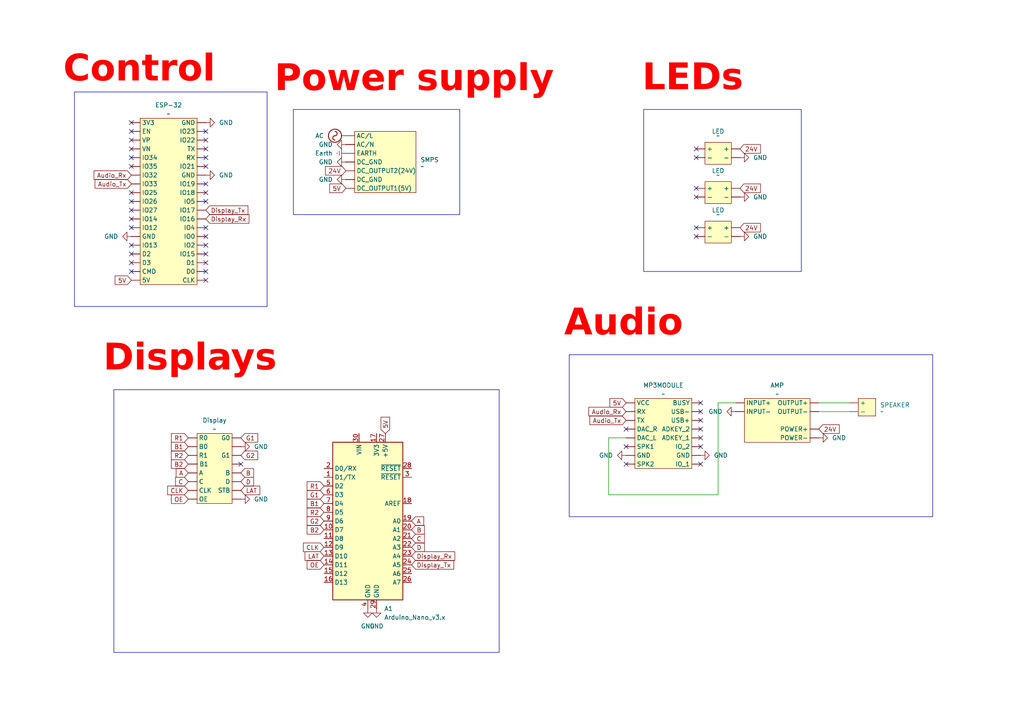
<source format=kicad_sch>
(kicad_sch
	(version 20231120)
	(generator "eeschema")
	(generator_version "8.0")
	(uuid "62b043b6-c0a8-4738-b74e-d8ec7500d6c0")
	(paper "A4")
	(lib_symbols
		(symbol "MCU_Module:Arduino_Nano_v3.x"
			(exclude_from_sim no)
			(in_bom yes)
			(on_board yes)
			(property "Reference" "A"
				(at -10.16 23.495 0)
				(effects
					(font
						(size 1.27 1.27)
					)
					(justify left bottom)
				)
			)
			(property "Value" "Arduino_Nano_v3.x"
				(at 5.08 -24.13 0)
				(effects
					(font
						(size 1.27 1.27)
					)
					(justify left top)
				)
			)
			(property "Footprint" "Module:Arduino_Nano"
				(at 0 0 0)
				(effects
					(font
						(size 1.27 1.27)
						(italic yes)
					)
					(hide yes)
				)
			)
			(property "Datasheet" "http://www.mouser.com/pdfdocs/Gravitech_Arduino_Nano3_0.pdf"
				(at 0 0 0)
				(effects
					(font
						(size 1.27 1.27)
					)
					(hide yes)
				)
			)
			(property "Description" "Arduino Nano v3.x"
				(at 0 0 0)
				(effects
					(font
						(size 1.27 1.27)
					)
					(hide yes)
				)
			)
			(property "ki_keywords" "Arduino nano microcontroller module USB"
				(at 0 0 0)
				(effects
					(font
						(size 1.27 1.27)
					)
					(hide yes)
				)
			)
			(property "ki_fp_filters" "Arduino*Nano*"
				(at 0 0 0)
				(effects
					(font
						(size 1.27 1.27)
					)
					(hide yes)
				)
			)
			(symbol "Arduino_Nano_v3.x_0_1"
				(rectangle
					(start -10.16 22.86)
					(end 10.16 -22.86)
					(stroke
						(width 0.254)
						(type default)
					)
					(fill
						(type background)
					)
				)
			)
			(symbol "Arduino_Nano_v3.x_1_1"
				(pin bidirectional line
					(at -12.7 12.7 0)
					(length 2.54)
					(name "D1/TX"
						(effects
							(font
								(size 1.27 1.27)
							)
						)
					)
					(number "1"
						(effects
							(font
								(size 1.27 1.27)
							)
						)
					)
				)
				(pin bidirectional line
					(at -12.7 -2.54 0)
					(length 2.54)
					(name "D7"
						(effects
							(font
								(size 1.27 1.27)
							)
						)
					)
					(number "10"
						(effects
							(font
								(size 1.27 1.27)
							)
						)
					)
				)
				(pin bidirectional line
					(at -12.7 -5.08 0)
					(length 2.54)
					(name "D8"
						(effects
							(font
								(size 1.27 1.27)
							)
						)
					)
					(number "11"
						(effects
							(font
								(size 1.27 1.27)
							)
						)
					)
				)
				(pin bidirectional line
					(at -12.7 -7.62 0)
					(length 2.54)
					(name "D9"
						(effects
							(font
								(size 1.27 1.27)
							)
						)
					)
					(number "12"
						(effects
							(font
								(size 1.27 1.27)
							)
						)
					)
				)
				(pin bidirectional line
					(at -12.7 -10.16 0)
					(length 2.54)
					(name "D10"
						(effects
							(font
								(size 1.27 1.27)
							)
						)
					)
					(number "13"
						(effects
							(font
								(size 1.27 1.27)
							)
						)
					)
				)
				(pin bidirectional line
					(at -12.7 -12.7 0)
					(length 2.54)
					(name "D11"
						(effects
							(font
								(size 1.27 1.27)
							)
						)
					)
					(number "14"
						(effects
							(font
								(size 1.27 1.27)
							)
						)
					)
				)
				(pin bidirectional line
					(at -12.7 -15.24 0)
					(length 2.54)
					(name "D12"
						(effects
							(font
								(size 1.27 1.27)
							)
						)
					)
					(number "15"
						(effects
							(font
								(size 1.27 1.27)
							)
						)
					)
				)
				(pin bidirectional line
					(at -12.7 -17.78 0)
					(length 2.54)
					(name "D13"
						(effects
							(font
								(size 1.27 1.27)
							)
						)
					)
					(number "16"
						(effects
							(font
								(size 1.27 1.27)
							)
						)
					)
				)
				(pin power_out line
					(at 2.54 25.4 270)
					(length 2.54)
					(name "3V3"
						(effects
							(font
								(size 1.27 1.27)
							)
						)
					)
					(number "17"
						(effects
							(font
								(size 1.27 1.27)
							)
						)
					)
				)
				(pin input line
					(at 12.7 5.08 180)
					(length 2.54)
					(name "AREF"
						(effects
							(font
								(size 1.27 1.27)
							)
						)
					)
					(number "18"
						(effects
							(font
								(size 1.27 1.27)
							)
						)
					)
				)
				(pin bidirectional line
					(at 12.7 0 180)
					(length 2.54)
					(name "A0"
						(effects
							(font
								(size 1.27 1.27)
							)
						)
					)
					(number "19"
						(effects
							(font
								(size 1.27 1.27)
							)
						)
					)
				)
				(pin bidirectional line
					(at -12.7 15.24 0)
					(length 2.54)
					(name "D0/RX"
						(effects
							(font
								(size 1.27 1.27)
							)
						)
					)
					(number "2"
						(effects
							(font
								(size 1.27 1.27)
							)
						)
					)
				)
				(pin bidirectional line
					(at 12.7 -2.54 180)
					(length 2.54)
					(name "A1"
						(effects
							(font
								(size 1.27 1.27)
							)
						)
					)
					(number "20"
						(effects
							(font
								(size 1.27 1.27)
							)
						)
					)
				)
				(pin bidirectional line
					(at 12.7 -5.08 180)
					(length 2.54)
					(name "A2"
						(effects
							(font
								(size 1.27 1.27)
							)
						)
					)
					(number "21"
						(effects
							(font
								(size 1.27 1.27)
							)
						)
					)
				)
				(pin bidirectional line
					(at 12.7 -7.62 180)
					(length 2.54)
					(name "A3"
						(effects
							(font
								(size 1.27 1.27)
							)
						)
					)
					(number "22"
						(effects
							(font
								(size 1.27 1.27)
							)
						)
					)
				)
				(pin bidirectional line
					(at 12.7 -10.16 180)
					(length 2.54)
					(name "A4"
						(effects
							(font
								(size 1.27 1.27)
							)
						)
					)
					(number "23"
						(effects
							(font
								(size 1.27 1.27)
							)
						)
					)
				)
				(pin bidirectional line
					(at 12.7 -12.7 180)
					(length 2.54)
					(name "A5"
						(effects
							(font
								(size 1.27 1.27)
							)
						)
					)
					(number "24"
						(effects
							(font
								(size 1.27 1.27)
							)
						)
					)
				)
				(pin bidirectional line
					(at 12.7 -15.24 180)
					(length 2.54)
					(name "A6"
						(effects
							(font
								(size 1.27 1.27)
							)
						)
					)
					(number "25"
						(effects
							(font
								(size 1.27 1.27)
							)
						)
					)
				)
				(pin bidirectional line
					(at 12.7 -17.78 180)
					(length 2.54)
					(name "A7"
						(effects
							(font
								(size 1.27 1.27)
							)
						)
					)
					(number "26"
						(effects
							(font
								(size 1.27 1.27)
							)
						)
					)
				)
				(pin power_out line
					(at 5.08 25.4 270)
					(length 2.54)
					(name "+5V"
						(effects
							(font
								(size 1.27 1.27)
							)
						)
					)
					(number "27"
						(effects
							(font
								(size 1.27 1.27)
							)
						)
					)
				)
				(pin input line
					(at 12.7 15.24 180)
					(length 2.54)
					(name "~{RESET}"
						(effects
							(font
								(size 1.27 1.27)
							)
						)
					)
					(number "28"
						(effects
							(font
								(size 1.27 1.27)
							)
						)
					)
				)
				(pin power_in line
					(at 2.54 -25.4 90)
					(length 2.54)
					(name "GND"
						(effects
							(font
								(size 1.27 1.27)
							)
						)
					)
					(number "29"
						(effects
							(font
								(size 1.27 1.27)
							)
						)
					)
				)
				(pin input line
					(at 12.7 12.7 180)
					(length 2.54)
					(name "~{RESET}"
						(effects
							(font
								(size 1.27 1.27)
							)
						)
					)
					(number "3"
						(effects
							(font
								(size 1.27 1.27)
							)
						)
					)
				)
				(pin power_in line
					(at -2.54 25.4 270)
					(length 2.54)
					(name "VIN"
						(effects
							(font
								(size 1.27 1.27)
							)
						)
					)
					(number "30"
						(effects
							(font
								(size 1.27 1.27)
							)
						)
					)
				)
				(pin power_in line
					(at 0 -25.4 90)
					(length 2.54)
					(name "GND"
						(effects
							(font
								(size 1.27 1.27)
							)
						)
					)
					(number "4"
						(effects
							(font
								(size 1.27 1.27)
							)
						)
					)
				)
				(pin bidirectional line
					(at -12.7 10.16 0)
					(length 2.54)
					(name "D2"
						(effects
							(font
								(size 1.27 1.27)
							)
						)
					)
					(number "5"
						(effects
							(font
								(size 1.27 1.27)
							)
						)
					)
				)
				(pin bidirectional line
					(at -12.7 7.62 0)
					(length 2.54)
					(name "D3"
						(effects
							(font
								(size 1.27 1.27)
							)
						)
					)
					(number "6"
						(effects
							(font
								(size 1.27 1.27)
							)
						)
					)
				)
				(pin bidirectional line
					(at -12.7 5.08 0)
					(length 2.54)
					(name "D4"
						(effects
							(font
								(size 1.27 1.27)
							)
						)
					)
					(number "7"
						(effects
							(font
								(size 1.27 1.27)
							)
						)
					)
				)
				(pin bidirectional line
					(at -12.7 2.54 0)
					(length 2.54)
					(name "D5"
						(effects
							(font
								(size 1.27 1.27)
							)
						)
					)
					(number "8"
						(effects
							(font
								(size 1.27 1.27)
							)
						)
					)
				)
				(pin bidirectional line
					(at -12.7 0 0)
					(length 2.54)
					(name "D6"
						(effects
							(font
								(size 1.27 1.27)
							)
						)
					)
					(number "9"
						(effects
							(font
								(size 1.27 1.27)
							)
						)
					)
				)
			)
		)
		(symbol "capstone:AMP"
			(exclude_from_sim no)
			(in_bom yes)
			(on_board yes)
			(property "Reference" "U"
				(at 0 0 0)
				(effects
					(font
						(size 1.27 1.27)
					)
				)
			)
			(property "Value" ""
				(at 0 0 0)
				(effects
					(font
						(size 1.27 1.27)
					)
				)
			)
			(property "Footprint" ""
				(at 0 0 0)
				(effects
					(font
						(size 1.27 1.27)
					)
					(hide yes)
				)
			)
			(property "Datasheet" ""
				(at 0 0 0)
				(effects
					(font
						(size 1.27 1.27)
					)
					(hide yes)
				)
			)
			(property "Description" ""
				(at 0 0 0)
				(effects
					(font
						(size 1.27 1.27)
					)
					(hide yes)
				)
			)
			(symbol "AMP_1_1"
				(rectangle
					(start -8.89 6.35)
					(end 10.16 -6.35)
					(stroke
						(width 0)
						(type default)
					)
					(fill
						(type background)
					)
				)
				(pin input line
					(at -11.43 5.08 0)
					(length 2.54)
					(name "INPUT+"
						(effects
							(font
								(size 1.27 1.27)
							)
						)
					)
					(number ""
						(effects
							(font
								(size 1.27 1.27)
							)
						)
					)
				)
				(pin input line
					(at -11.43 2.54 0)
					(length 2.54)
					(name "INPUT-"
						(effects
							(font
								(size 1.27 1.27)
							)
						)
					)
					(number ""
						(effects
							(font
								(size 1.27 1.27)
							)
						)
					)
				)
				(pin input line
					(at 12.7 5.08 180)
					(length 2.54)
					(name "OUTPUT+"
						(effects
							(font
								(size 1.27 1.27)
							)
						)
					)
					(number ""
						(effects
							(font
								(size 1.27 1.27)
							)
						)
					)
				)
				(pin input line
					(at 12.7 2.54 180)
					(length 2.54)
					(name "OUTPUT-"
						(effects
							(font
								(size 1.27 1.27)
							)
						)
					)
					(number ""
						(effects
							(font
								(size 1.27 1.27)
							)
						)
					)
				)
				(pin input line
					(at 12.7 -2.54 180)
					(length 2.54)
					(name "POWER+"
						(effects
							(font
								(size 1.27 1.27)
							)
						)
					)
					(number ""
						(effects
							(font
								(size 1.27 1.27)
							)
						)
					)
				)
				(pin input line
					(at 12.7 -5.08 180)
					(length 2.54)
					(name "POWER-"
						(effects
							(font
								(size 1.27 1.27)
							)
						)
					)
					(number ""
						(effects
							(font
								(size 1.27 1.27)
							)
						)
					)
				)
			)
		)
		(symbol "capstone:Display"
			(exclude_from_sim no)
			(in_bom yes)
			(on_board yes)
			(property "Reference" "U"
				(at 0 1.27 0)
				(effects
					(font
						(size 1.27 1.27)
					)
				)
			)
			(property "Value" ""
				(at 0 1.27 0)
				(effects
					(font
						(size 1.27 1.27)
					)
				)
			)
			(property "Footprint" ""
				(at 0 1.27 0)
				(effects
					(font
						(size 1.27 1.27)
					)
					(hide yes)
				)
			)
			(property "Datasheet" ""
				(at 0 1.27 0)
				(effects
					(font
						(size 1.27 1.27)
					)
					(hide yes)
				)
			)
			(property "Description" ""
				(at 0 1.27 0)
				(effects
					(font
						(size 1.27 1.27)
					)
					(hide yes)
				)
			)
			(symbol "Display_1_1"
				(rectangle
					(start -5.08 10.16)
					(end 5.08 -10.16)
					(stroke
						(width 0)
						(type default)
					)
					(fill
						(type background)
					)
				)
				(pin input line
					(at 7.62 -8.89 180)
					(length 2.54)
					(name ""
						(effects
							(font
								(size 1.27 1.27)
							)
						)
					)
					(number ""
						(effects
							(font
								(size 1.27 1.27)
							)
						)
					)
				)
				(pin input line
					(at 7.62 1.27 180)
					(length 2.54)
					(name ""
						(effects
							(font
								(size 1.27 1.27)
							)
						)
					)
					(number ""
						(effects
							(font
								(size 1.27 1.27)
							)
						)
					)
				)
				(pin input line
					(at 7.62 6.35 180)
					(length 2.54)
					(name ""
						(effects
							(font
								(size 1.27 1.27)
							)
						)
					)
					(number ""
						(effects
							(font
								(size 1.27 1.27)
							)
						)
					)
				)
				(pin input line
					(at -7.62 -1.27 0)
					(length 2.54)
					(name "A"
						(effects
							(font
								(size 1.27 1.27)
							)
						)
					)
					(number ""
						(effects
							(font
								(size 1.27 1.27)
							)
						)
					)
				)
				(pin input line
					(at 7.62 -1.27 180)
					(length 2.54)
					(name "B"
						(effects
							(font
								(size 1.27 1.27)
							)
						)
					)
					(number ""
						(effects
							(font
								(size 1.27 1.27)
							)
						)
					)
				)
				(pin input line
					(at -7.62 6.35 0)
					(length 2.54)
					(name "B0"
						(effects
							(font
								(size 1.27 1.27)
							)
						)
					)
					(number ""
						(effects
							(font
								(size 1.27 1.27)
							)
						)
					)
				)
				(pin input line
					(at -7.4811 1.2948 0)
					(length 2.54)
					(name "B1"
						(effects
							(font
								(size 1.27 1.27)
							)
						)
					)
					(number ""
						(effects
							(font
								(size 1.27 1.27)
							)
						)
					)
				)
				(pin input line
					(at -7.62 -3.81 0)
					(length 2.54)
					(name "C"
						(effects
							(font
								(size 1.27 1.27)
							)
						)
					)
					(number ""
						(effects
							(font
								(size 1.27 1.27)
							)
						)
					)
				)
				(pin input line
					(at -7.62 -6.35 0)
					(length 2.54)
					(name "CLK"
						(effects
							(font
								(size 1.27 1.27)
							)
						)
					)
					(number ""
						(effects
							(font
								(size 1.27 1.27)
							)
						)
					)
				)
				(pin input line
					(at 7.62 -3.81 180)
					(length 2.54)
					(name "D"
						(effects
							(font
								(size 1.27 1.27)
							)
						)
					)
					(number ""
						(effects
							(font
								(size 1.27 1.27)
							)
						)
					)
				)
				(pin input line
					(at 7.62 8.89 180)
					(length 2.54)
					(name "G0"
						(effects
							(font
								(size 1.27 1.27)
							)
						)
					)
					(number ""
						(effects
							(font
								(size 1.27 1.27)
							)
						)
					)
				)
				(pin input line
					(at 7.62 3.81 180)
					(length 2.54)
					(name "G1"
						(effects
							(font
								(size 1.27 1.27)
							)
						)
					)
					(number ""
						(effects
							(font
								(size 1.27 1.27)
							)
						)
					)
				)
				(pin input line
					(at -7.62 -8.89 0)
					(length 2.54)
					(name "OE"
						(effects
							(font
								(size 1.27 1.27)
							)
						)
					)
					(number ""
						(effects
							(font
								(size 1.27 1.27)
							)
						)
					)
				)
				(pin input line
					(at -7.62 8.89 0)
					(length 2.54)
					(name "R0"
						(effects
							(font
								(size 1.27 1.27)
							)
						)
					)
					(number ""
						(effects
							(font
								(size 1.27 1.27)
							)
						)
					)
				)
				(pin input line
					(at -7.62 3.81 0)
					(length 2.54)
					(name "R1"
						(effects
							(font
								(size 1.27 1.27)
							)
						)
					)
					(number ""
						(effects
							(font
								(size 1.27 1.27)
							)
						)
					)
				)
				(pin input line
					(at 7.62 -6.35 180)
					(length 2.54)
					(name "STB"
						(effects
							(font
								(size 1.27 1.27)
							)
						)
					)
					(number ""
						(effects
							(font
								(size 1.27 1.27)
							)
						)
					)
				)
			)
		)
		(symbol "capstone:ESP32"
			(exclude_from_sim no)
			(in_bom yes)
			(on_board yes)
			(property "Reference" "U"
				(at 0 0 0)
				(effects
					(font
						(size 1.27 1.27)
					)
				)
			)
			(property "Value" ""
				(at 0 0 0)
				(effects
					(font
						(size 1.27 1.27)
					)
				)
			)
			(property "Footprint" ""
				(at 0 0 0)
				(effects
					(font
						(size 1.27 1.27)
					)
					(hide yes)
				)
			)
			(property "Datasheet" ""
				(at 0 0 0)
				(effects
					(font
						(size 1.27 1.27)
					)
					(hide yes)
				)
			)
			(property "Description" ""
				(at 0 0 0)
				(effects
					(font
						(size 1.27 1.27)
					)
					(hide yes)
				)
			)
			(symbol "ESP32_1_1"
				(rectangle
					(start -8.89 24.13)
					(end 7.62 -24.13)
					(stroke
						(width 0)
						(type default)
					)
					(fill
						(type background)
					)
				)
				(pin input line
					(at -11.43 22.86 0)
					(length 2.54)
					(name "3V3"
						(effects
							(font
								(size 1.27 1.27)
							)
						)
					)
					(number ""
						(effects
							(font
								(size 1.27 1.27)
							)
						)
					)
				)
				(pin input line
					(at -11.43 -22.86 0)
					(length 2.54)
					(name "5V"
						(effects
							(font
								(size 1.27 1.27)
							)
						)
					)
					(number ""
						(effects
							(font
								(size 1.27 1.27)
							)
						)
					)
				)
				(pin input line
					(at 10.16 -22.86 180)
					(length 2.54)
					(name "CLK"
						(effects
							(font
								(size 1.27 1.27)
							)
						)
					)
					(number ""
						(effects
							(font
								(size 1.27 1.27)
							)
						)
					)
				)
				(pin input line
					(at -11.43 -20.32 0)
					(length 2.54)
					(name "CMD"
						(effects
							(font
								(size 1.27 1.27)
							)
						)
					)
					(number ""
						(effects
							(font
								(size 1.27 1.27)
							)
						)
					)
				)
				(pin input line
					(at 10.16 -20.32 180)
					(length 2.54)
					(name "D0"
						(effects
							(font
								(size 1.27 1.27)
							)
						)
					)
					(number ""
						(effects
							(font
								(size 1.27 1.27)
							)
						)
					)
				)
				(pin input line
					(at 10.16 -17.78 180)
					(length 2.54)
					(name "D1"
						(effects
							(font
								(size 1.27 1.27)
							)
						)
					)
					(number ""
						(effects
							(font
								(size 1.27 1.27)
							)
						)
					)
				)
				(pin input line
					(at -11.43 -15.24 0)
					(length 2.54)
					(name "D2"
						(effects
							(font
								(size 1.27 1.27)
							)
						)
					)
					(number ""
						(effects
							(font
								(size 1.27 1.27)
							)
						)
					)
				)
				(pin input line
					(at -11.43 -17.78 0)
					(length 2.54)
					(name "D3"
						(effects
							(font
								(size 1.27 1.27)
							)
						)
					)
					(number ""
						(effects
							(font
								(size 1.27 1.27)
							)
						)
					)
				)
				(pin input line
					(at -11.43 20.32 0)
					(length 2.54)
					(name "EN"
						(effects
							(font
								(size 1.27 1.27)
							)
						)
					)
					(number ""
						(effects
							(font
								(size 1.27 1.27)
							)
						)
					)
				)
				(pin input line
					(at -11.43 -10.16 0)
					(length 2.54)
					(name "GND"
						(effects
							(font
								(size 1.27 1.27)
							)
						)
					)
					(number ""
						(effects
							(font
								(size 1.27 1.27)
							)
						)
					)
				)
				(pin input line
					(at 10.16 7.62 180)
					(length 2.54)
					(name "GND"
						(effects
							(font
								(size 1.27 1.27)
							)
						)
					)
					(number ""
						(effects
							(font
								(size 1.27 1.27)
							)
						)
					)
				)
				(pin input line
					(at 10.16 22.86 180)
					(length 2.54)
					(name "GND"
						(effects
							(font
								(size 1.27 1.27)
							)
						)
					)
					(number ""
						(effects
							(font
								(size 1.27 1.27)
							)
						)
					)
				)
				(pin input line
					(at 10.16 -10.16 180)
					(length 2.54)
					(name "IO0"
						(effects
							(font
								(size 1.27 1.27)
							)
						)
					)
					(number ""
						(effects
							(font
								(size 1.27 1.27)
							)
						)
					)
				)
				(pin input line
					(at -11.43 -7.62 0)
					(length 2.54)
					(name "IO12"
						(effects
							(font
								(size 1.27 1.27)
							)
						)
					)
					(number ""
						(effects
							(font
								(size 1.27 1.27)
							)
						)
					)
				)
				(pin input line
					(at -11.43 -12.7 0)
					(length 2.54)
					(name "IO13"
						(effects
							(font
								(size 1.27 1.27)
							)
						)
					)
					(number ""
						(effects
							(font
								(size 1.27 1.27)
							)
						)
					)
				)
				(pin input line
					(at -11.43 -5.08 0)
					(length 2.54)
					(name "IO14"
						(effects
							(font
								(size 1.27 1.27)
							)
						)
					)
					(number ""
						(effects
							(font
								(size 1.27 1.27)
							)
						)
					)
				)
				(pin input line
					(at 10.16 -15.24 180)
					(length 2.54)
					(name "IO15"
						(effects
							(font
								(size 1.27 1.27)
							)
						)
					)
					(number ""
						(effects
							(font
								(size 1.27 1.27)
							)
						)
					)
				)
				(pin input line
					(at 10.16 -5.08 180)
					(length 2.54)
					(name "IO16"
						(effects
							(font
								(size 1.27 1.27)
							)
						)
					)
					(number ""
						(effects
							(font
								(size 1.27 1.27)
							)
						)
					)
				)
				(pin input line
					(at 10.16 -2.54 180)
					(length 2.54)
					(name "IO17"
						(effects
							(font
								(size 1.27 1.27)
							)
						)
					)
					(number ""
						(effects
							(font
								(size 1.27 1.27)
							)
						)
					)
				)
				(pin input line
					(at 10.16 2.54 180)
					(length 2.54)
					(name "IO18"
						(effects
							(font
								(size 1.27 1.27)
							)
						)
					)
					(number ""
						(effects
							(font
								(size 1.27 1.27)
							)
						)
					)
				)
				(pin input line
					(at 10.16 5.08 180)
					(length 2.54)
					(name "IO19"
						(effects
							(font
								(size 1.27 1.27)
							)
						)
					)
					(number ""
						(effects
							(font
								(size 1.27 1.27)
							)
						)
					)
				)
				(pin input line
					(at 10.16 -12.7 180)
					(length 2.54)
					(name "IO2"
						(effects
							(font
								(size 1.27 1.27)
							)
						)
					)
					(number ""
						(effects
							(font
								(size 1.27 1.27)
							)
						)
					)
				)
				(pin input line
					(at 10.16 10.16 180)
					(length 2.54)
					(name "IO21"
						(effects
							(font
								(size 1.27 1.27)
							)
						)
					)
					(number ""
						(effects
							(font
								(size 1.27 1.27)
							)
						)
					)
				)
				(pin input line
					(at 10.16 17.78 180)
					(length 2.54)
					(name "IO22"
						(effects
							(font
								(size 1.27 1.27)
							)
						)
					)
					(number ""
						(effects
							(font
								(size 1.27 1.27)
							)
						)
					)
				)
				(pin input line
					(at 10.16 20.32 180)
					(length 2.54)
					(name "IO23"
						(effects
							(font
								(size 1.27 1.27)
							)
						)
					)
					(number ""
						(effects
							(font
								(size 1.27 1.27)
							)
						)
					)
				)
				(pin input line
					(at -11.43 2.54 0)
					(length 2.54)
					(name "IO25"
						(effects
							(font
								(size 1.27 1.27)
							)
						)
					)
					(number ""
						(effects
							(font
								(size 1.27 1.27)
							)
						)
					)
				)
				(pin input line
					(at -11.43 0 0)
					(length 2.54)
					(name "IO26"
						(effects
							(font
								(size 1.27 1.27)
							)
						)
					)
					(number ""
						(effects
							(font
								(size 1.27 1.27)
							)
						)
					)
				)
				(pin input line
					(at -11.43 -2.54 0)
					(length 2.54)
					(name "IO27"
						(effects
							(font
								(size 1.27 1.27)
							)
						)
					)
					(number ""
						(effects
							(font
								(size 1.27 1.27)
							)
						)
					)
				)
				(pin input line
					(at -11.43 7.62 0)
					(length 2.54)
					(name "IO32"
						(effects
							(font
								(size 1.27 1.27)
							)
						)
					)
					(number ""
						(effects
							(font
								(size 1.27 1.27)
							)
						)
					)
				)
				(pin input line
					(at -11.43 5.08 0)
					(length 2.54)
					(name "IO33"
						(effects
							(font
								(size 1.27 1.27)
							)
						)
					)
					(number ""
						(effects
							(font
								(size 1.27 1.27)
							)
						)
					)
				)
				(pin input line
					(at -11.43 12.7 0)
					(length 2.54)
					(name "IO34"
						(effects
							(font
								(size 1.27 1.27)
							)
						)
					)
					(number ""
						(effects
							(font
								(size 1.27 1.27)
							)
						)
					)
				)
				(pin input line
					(at -11.43 10.16 0)
					(length 2.54)
					(name "IO35"
						(effects
							(font
								(size 1.27 1.27)
							)
						)
					)
					(number ""
						(effects
							(font
								(size 1.27 1.27)
							)
						)
					)
				)
				(pin input line
					(at 10.16 -7.62 180)
					(length 2.54)
					(name "IO4"
						(effects
							(font
								(size 1.27 1.27)
							)
						)
					)
					(number ""
						(effects
							(font
								(size 1.27 1.27)
							)
						)
					)
				)
				(pin input line
					(at 10.16 0 180)
					(length 2.54)
					(name "IO5"
						(effects
							(font
								(size 1.27 1.27)
							)
						)
					)
					(number ""
						(effects
							(font
								(size 1.27 1.27)
							)
						)
					)
				)
				(pin input line
					(at 10.16 12.7 180)
					(length 2.54)
					(name "RX"
						(effects
							(font
								(size 1.27 1.27)
							)
						)
					)
					(number ""
						(effects
							(font
								(size 1.27 1.27)
							)
						)
					)
				)
				(pin input line
					(at 10.16 15.24 180)
					(length 2.54)
					(name "TX"
						(effects
							(font
								(size 1.27 1.27)
							)
						)
					)
					(number ""
						(effects
							(font
								(size 1.27 1.27)
							)
						)
					)
				)
				(pin input line
					(at -11.43 15.24 0)
					(length 2.54)
					(name "VN"
						(effects
							(font
								(size 1.27 1.27)
							)
						)
					)
					(number ""
						(effects
							(font
								(size 1.27 1.27)
							)
						)
					)
				)
				(pin input line
					(at -11.43 17.78 0)
					(length 2.54)
					(name "VP"
						(effects
							(font
								(size 1.27 1.27)
							)
						)
					)
					(number ""
						(effects
							(font
								(size 1.27 1.27)
							)
						)
					)
				)
			)
		)
		(symbol "capstone:LED"
			(exclude_from_sim no)
			(in_bom yes)
			(on_board yes)
			(property "Reference" "U"
				(at 0 0 0)
				(effects
					(font
						(size 1.27 1.27)
					)
				)
			)
			(property "Value" ""
				(at 0 0 0)
				(effects
					(font
						(size 1.27 1.27)
					)
				)
			)
			(property "Footprint" ""
				(at 0 0 0)
				(effects
					(font
						(size 1.27 1.27)
					)
					(hide yes)
				)
			)
			(property "Datasheet" ""
				(at 0 0 0)
				(effects
					(font
						(size 1.27 1.27)
					)
					(hide yes)
				)
			)
			(property "Description" ""
				(at 0 0 0)
				(effects
					(font
						(size 1.27 1.27)
					)
					(hide yes)
				)
			)
			(symbol "LED_1_1"
				(rectangle
					(start -3.81 3.175)
					(end 3.81 -3.175)
					(stroke
						(width 0)
						(type default)
					)
					(fill
						(type background)
					)
				)
				(pin input line
					(at -6.35 1.27 0)
					(length 2.54)
					(name "+"
						(effects
							(font
								(size 1.27 1.27)
							)
						)
					)
					(number ""
						(effects
							(font
								(size 1.27 1.27)
							)
						)
					)
				)
				(pin input line
					(at 6.35 1.27 180)
					(length 2.54)
					(name "+"
						(effects
							(font
								(size 1.27 1.27)
							)
						)
					)
					(number ""
						(effects
							(font
								(size 1.27 1.27)
							)
						)
					)
				)
				(pin input line
					(at -6.35 -1.27 0)
					(length 2.54)
					(name "-"
						(effects
							(font
								(size 1.27 1.27)
							)
						)
					)
					(number ""
						(effects
							(font
								(size 1.27 1.27)
							)
						)
					)
				)
				(pin input line
					(at 6.35 -1.27 180)
					(length 2.54)
					(name "-"
						(effects
							(font
								(size 1.27 1.27)
							)
						)
					)
					(number ""
						(effects
							(font
								(size 1.27 1.27)
							)
						)
					)
				)
			)
		)
		(symbol "capstone:MP3_MODULE"
			(exclude_from_sim no)
			(in_bom yes)
			(on_board yes)
			(property "Reference" "U"
				(at 0 0 0)
				(effects
					(font
						(size 1.27 1.27)
					)
				)
			)
			(property "Value" ""
				(at -1.27 2.54 0)
				(effects
					(font
						(size 1.27 1.27)
					)
				)
			)
			(property "Footprint" ""
				(at -1.27 2.54 0)
				(effects
					(font
						(size 1.27 1.27)
					)
					(hide yes)
				)
			)
			(property "Datasheet" ""
				(at -1.27 2.54 0)
				(effects
					(font
						(size 1.27 1.27)
					)
					(hide yes)
				)
			)
			(property "Description" ""
				(at -1.27 2.54 0)
				(effects
					(font
						(size 1.27 1.27)
					)
					(hide yes)
				)
			)
			(symbol "MP3_MODULE_1_1"
				(rectangle
					(start -7.62 10.16)
					(end 8.89 -10.16)
					(stroke
						(width 0)
						(type default)
					)
					(fill
						(type background)
					)
				)
				(pin input line
					(at 11.43 -1.27 180)
					(length 2.54)
					(name "ADKEY_1"
						(effects
							(font
								(size 1.27 1.27)
							)
						)
					)
					(number ""
						(effects
							(font
								(size 1.27 1.27)
							)
						)
					)
				)
				(pin input line
					(at 11.43 1.27 180)
					(length 2.54)
					(name "ADKEY_2"
						(effects
							(font
								(size 1.27 1.27)
							)
						)
					)
					(number ""
						(effects
							(font
								(size 1.27 1.27)
							)
						)
					)
				)
				(pin input line
					(at 11.43 8.89 180)
					(length 2.54)
					(name "BUSY"
						(effects
							(font
								(size 1.27 1.27)
							)
						)
					)
					(number ""
						(effects
							(font
								(size 1.27 1.27)
							)
						)
					)
				)
				(pin input line
					(at -10.16 -1.27 0)
					(length 2.54)
					(name "DAC_L"
						(effects
							(font
								(size 1.27 1.27)
							)
						)
					)
					(number ""
						(effects
							(font
								(size 1.27 1.27)
							)
						)
					)
				)
				(pin input line
					(at -10.16 1.27 0)
					(length 2.54)
					(name "DAC_R"
						(effects
							(font
								(size 1.27 1.27)
							)
						)
					)
					(number ""
						(effects
							(font
								(size 1.27 1.27)
							)
						)
					)
				)
				(pin input line
					(at -10.16 -6.35 0)
					(length 2.54)
					(name "GND"
						(effects
							(font
								(size 1.27 1.27)
							)
						)
					)
					(number ""
						(effects
							(font
								(size 1.27 1.27)
							)
						)
					)
				)
				(pin input line
					(at 11.43 -6.35 180)
					(length 2.54)
					(name "GND"
						(effects
							(font
								(size 1.27 1.27)
							)
						)
					)
					(number ""
						(effects
							(font
								(size 1.27 1.27)
							)
						)
					)
				)
				(pin input line
					(at 11.43 -8.89 180)
					(length 2.54)
					(name "IO_1"
						(effects
							(font
								(size 1.27 1.27)
							)
						)
					)
					(number ""
						(effects
							(font
								(size 1.27 1.27)
							)
						)
					)
				)
				(pin input line
					(at 11.43 -3.81 180)
					(length 2.54)
					(name "IO_2"
						(effects
							(font
								(size 1.27 1.27)
							)
						)
					)
					(number ""
						(effects
							(font
								(size 1.27 1.27)
							)
						)
					)
				)
				(pin input line
					(at -10.16 6.35 0)
					(length 2.54)
					(name "RX"
						(effects
							(font
								(size 1.27 1.27)
							)
						)
					)
					(number ""
						(effects
							(font
								(size 1.27 1.27)
							)
						)
					)
				)
				(pin input line
					(at -10.16 -3.81 0)
					(length 2.54)
					(name "SPK1"
						(effects
							(font
								(size 1.27 1.27)
							)
						)
					)
					(number ""
						(effects
							(font
								(size 1.27 1.27)
							)
						)
					)
				)
				(pin input line
					(at -10.16 -8.89 0)
					(length 2.54)
					(name "SPK2"
						(effects
							(font
								(size 1.27 1.27)
							)
						)
					)
					(number ""
						(effects
							(font
								(size 1.27 1.27)
							)
						)
					)
				)
				(pin input line
					(at -10.16 3.81 0)
					(length 2.54)
					(name "TX"
						(effects
							(font
								(size 1.27 1.27)
							)
						)
					)
					(number ""
						(effects
							(font
								(size 1.27 1.27)
							)
						)
					)
				)
				(pin input line
					(at 11.43 3.81 180)
					(length 2.54)
					(name "USB+"
						(effects
							(font
								(size 1.27 1.27)
							)
						)
					)
					(number ""
						(effects
							(font
								(size 1.27 1.27)
							)
						)
					)
				)
				(pin input line
					(at 11.43 6.35 180)
					(length 2.54)
					(name "USB-"
						(effects
							(font
								(size 1.27 1.27)
							)
						)
					)
					(number ""
						(effects
							(font
								(size 1.27 1.27)
							)
						)
					)
				)
				(pin input line
					(at -10.16 8.89 0)
					(length 2.54)
					(name "VCC"
						(effects
							(font
								(size 1.27 1.27)
							)
						)
					)
					(number ""
						(effects
							(font
								(size 1.27 1.27)
							)
						)
					)
				)
			)
		)
		(symbol "capstone:POWER_SUPPLY"
			(exclude_from_sim no)
			(in_bom yes)
			(on_board yes)
			(property "Reference" "U"
				(at 0 0 0)
				(effects
					(font
						(size 1.27 1.27)
					)
				)
			)
			(property "Value" ""
				(at 0 0 0)
				(effects
					(font
						(size 1.27 1.27)
					)
				)
			)
			(property "Footprint" ""
				(at 0 0 0)
				(effects
					(font
						(size 1.27 1.27)
					)
					(hide yes)
				)
			)
			(property "Datasheet" ""
				(at 0 0 0)
				(effects
					(font
						(size 1.27 1.27)
					)
					(hide yes)
				)
			)
			(property "Description" ""
				(at 0 0 0)
				(effects
					(font
						(size 1.27 1.27)
					)
					(hide yes)
				)
			)
			(symbol "POWER_SUPPLY_1_1"
				(rectangle
					(start -7.62 8.89)
					(end 10.16 -8.89)
					(stroke
						(width 0)
						(type default)
					)
					(fill
						(type background)
					)
				)
				(pin input line
					(at -10.16 7.62 0)
					(length 2.54)
					(name "AC/L"
						(effects
							(font
								(size 1.27 1.27)
							)
						)
					)
					(number ""
						(effects
							(font
								(size 1.27 1.27)
							)
						)
					)
				)
				(pin input line
					(at -10.16 5.08 0)
					(length 2.54)
					(name "AC/N"
						(effects
							(font
								(size 1.27 1.27)
							)
						)
					)
					(number ""
						(effects
							(font
								(size 1.27 1.27)
							)
						)
					)
				)
				(pin input line
					(at -10.16 -5.08 0)
					(length 2.54)
					(name "DC_GND"
						(effects
							(font
								(size 1.27 1.27)
							)
						)
					)
					(number ""
						(effects
							(font
								(size 1.27 1.27)
							)
						)
					)
				)
				(pin input line
					(at -10.16 0 0)
					(length 2.54)
					(name "DC_GND"
						(effects
							(font
								(size 1.27 1.27)
							)
						)
					)
					(number ""
						(effects
							(font
								(size 1.27 1.27)
							)
						)
					)
				)
				(pin input line
					(at -10.16 -7.62 0)
					(length 2.54)
					(name "DC_OUTPUT1(5V)"
						(effects
							(font
								(size 1.27 1.27)
							)
						)
					)
					(number ""
						(effects
							(font
								(size 1.27 1.27)
							)
						)
					)
				)
				(pin input line
					(at -10.16 -2.54 0)
					(length 2.54)
					(name "DC_OUTPUT2(24V)"
						(effects
							(font
								(size 1.27 1.27)
							)
						)
					)
					(number ""
						(effects
							(font
								(size 1.27 1.27)
							)
						)
					)
				)
				(pin input line
					(at -10.16 2.54 0)
					(length 2.54)
					(name "EARTH"
						(effects
							(font
								(size 1.27 1.27)
							)
						)
					)
					(number ""
						(effects
							(font
								(size 1.27 1.27)
							)
						)
					)
				)
			)
		)
		(symbol "capstone:speaker"
			(exclude_from_sim no)
			(in_bom yes)
			(on_board yes)
			(property "Reference" "U"
				(at 0 0 0)
				(effects
					(font
						(size 1.27 1.27)
					)
				)
			)
			(property "Value" ""
				(at 0 0 0)
				(effects
					(font
						(size 1.27 1.27)
					)
				)
			)
			(property "Footprint" ""
				(at 0 0 0)
				(effects
					(font
						(size 1.27 1.27)
					)
					(hide yes)
				)
			)
			(property "Datasheet" ""
				(at 0 0 0)
				(effects
					(font
						(size 1.27 1.27)
					)
					(hide yes)
				)
			)
			(property "Description" ""
				(at 0 0 0)
				(effects
					(font
						(size 1.27 1.27)
					)
					(hide yes)
				)
			)
			(symbol "speaker_1_1"
				(rectangle
					(start -2.54 2.54)
					(end 2.54 -2.54)
					(stroke
						(width 0)
						(type default)
					)
					(fill
						(type background)
					)
				)
				(pin input line
					(at -5.08 1.27 0)
					(length 2.54)
					(name "+"
						(effects
							(font
								(size 1.27 1.27)
							)
						)
					)
					(number ""
						(effects
							(font
								(size 1.27 1.27)
							)
						)
					)
				)
				(pin input line
					(at -5.08 -1.27 0)
					(length 2.54)
					(name "-"
						(effects
							(font
								(size 1.27 1.27)
							)
						)
					)
					(number ""
						(effects
							(font
								(size 1.27 1.27)
							)
						)
					)
				)
			)
		)
		(symbol "power:AC"
			(power)
			(pin_numbers hide)
			(pin_names
				(offset 0) hide)
			(exclude_from_sim no)
			(in_bom yes)
			(on_board yes)
			(property "Reference" "#PWR"
				(at 0 -2.54 0)
				(effects
					(font
						(size 1.27 1.27)
					)
					(hide yes)
				)
			)
			(property "Value" "AC"
				(at 0 6.35 0)
				(effects
					(font
						(size 1.27 1.27)
					)
				)
			)
			(property "Footprint" ""
				(at 0 0 0)
				(effects
					(font
						(size 1.27 1.27)
					)
					(hide yes)
				)
			)
			(property "Datasheet" ""
				(at 0 0 0)
				(effects
					(font
						(size 1.27 1.27)
					)
					(hide yes)
				)
			)
			(property "Description" "Power symbol creates a global label with name \"AC\""
				(at 0 0 0)
				(effects
					(font
						(size 1.27 1.27)
					)
					(hide yes)
				)
			)
			(property "ki_keywords" "global power"
				(at 0 0 0)
				(effects
					(font
						(size 1.27 1.27)
					)
					(hide yes)
				)
			)
			(symbol "AC_0_1"
				(polyline
					(pts
						(xy 0 0) (xy 0 1.27)
					)
					(stroke
						(width 0)
						(type default)
					)
					(fill
						(type none)
					)
				)
				(arc
					(start 0 3.175)
					(mid -0.635 3.8073)
					(end -1.27 3.175)
					(stroke
						(width 0.254)
						(type default)
					)
					(fill
						(type none)
					)
				)
				(arc
					(start 0 3.175)
					(mid 0.635 2.5427)
					(end 1.27 3.175)
					(stroke
						(width 0.254)
						(type default)
					)
					(fill
						(type none)
					)
				)
				(circle
					(center 0 3.175)
					(radius 1.905)
					(stroke
						(width 0.254)
						(type default)
					)
					(fill
						(type none)
					)
				)
			)
			(symbol "AC_1_1"
				(pin power_in line
					(at 0 0 90)
					(length 0)
					(name "~"
						(effects
							(font
								(size 1.27 1.27)
							)
						)
					)
					(number "1"
						(effects
							(font
								(size 1.27 1.27)
							)
						)
					)
				)
			)
		)
		(symbol "power:Earth"
			(power)
			(pin_numbers hide)
			(pin_names
				(offset 0) hide)
			(exclude_from_sim no)
			(in_bom yes)
			(on_board yes)
			(property "Reference" "#PWR"
				(at 0 -6.35 0)
				(effects
					(font
						(size 1.27 1.27)
					)
					(hide yes)
				)
			)
			(property "Value" "Earth"
				(at 0 -3.81 0)
				(effects
					(font
						(size 1.27 1.27)
					)
				)
			)
			(property "Footprint" ""
				(at 0 0 0)
				(effects
					(font
						(size 1.27 1.27)
					)
					(hide yes)
				)
			)
			(property "Datasheet" "~"
				(at 0 0 0)
				(effects
					(font
						(size 1.27 1.27)
					)
					(hide yes)
				)
			)
			(property "Description" "Power symbol creates a global label with name \"Earth\""
				(at 0 0 0)
				(effects
					(font
						(size 1.27 1.27)
					)
					(hide yes)
				)
			)
			(property "ki_keywords" "global ground gnd"
				(at 0 0 0)
				(effects
					(font
						(size 1.27 1.27)
					)
					(hide yes)
				)
			)
			(symbol "Earth_0_1"
				(polyline
					(pts
						(xy -0.635 -1.905) (xy 0.635 -1.905)
					)
					(stroke
						(width 0)
						(type default)
					)
					(fill
						(type none)
					)
				)
				(polyline
					(pts
						(xy -0.127 -2.54) (xy 0.127 -2.54)
					)
					(stroke
						(width 0)
						(type default)
					)
					(fill
						(type none)
					)
				)
				(polyline
					(pts
						(xy 0 -1.27) (xy 0 0)
					)
					(stroke
						(width 0)
						(type default)
					)
					(fill
						(type none)
					)
				)
				(polyline
					(pts
						(xy 1.27 -1.27) (xy -1.27 -1.27)
					)
					(stroke
						(width 0)
						(type default)
					)
					(fill
						(type none)
					)
				)
			)
			(symbol "Earth_1_1"
				(pin power_in line
					(at 0 0 270)
					(length 0)
					(name "~"
						(effects
							(font
								(size 1.27 1.27)
							)
						)
					)
					(number "1"
						(effects
							(font
								(size 1.27 1.27)
							)
						)
					)
				)
			)
		)
		(symbol "power:GND"
			(power)
			(pin_numbers hide)
			(pin_names
				(offset 0) hide)
			(exclude_from_sim no)
			(in_bom yes)
			(on_board yes)
			(property "Reference" "#PWR"
				(at 0 -6.35 0)
				(effects
					(font
						(size 1.27 1.27)
					)
					(hide yes)
				)
			)
			(property "Value" "GND"
				(at 0 -3.81 0)
				(effects
					(font
						(size 1.27 1.27)
					)
				)
			)
			(property "Footprint" ""
				(at 0 0 0)
				(effects
					(font
						(size 1.27 1.27)
					)
					(hide yes)
				)
			)
			(property "Datasheet" ""
				(at 0 0 0)
				(effects
					(font
						(size 1.27 1.27)
					)
					(hide yes)
				)
			)
			(property "Description" "Power symbol creates a global label with name \"GND\" , ground"
				(at 0 0 0)
				(effects
					(font
						(size 1.27 1.27)
					)
					(hide yes)
				)
			)
			(property "ki_keywords" "global power"
				(at 0 0 0)
				(effects
					(font
						(size 1.27 1.27)
					)
					(hide yes)
				)
			)
			(symbol "GND_0_1"
				(polyline
					(pts
						(xy 0 0) (xy 0 -1.27) (xy 1.27 -1.27) (xy 0 -2.54) (xy -1.27 -1.27) (xy 0 -1.27)
					)
					(stroke
						(width 0)
						(type default)
					)
					(fill
						(type none)
					)
				)
			)
			(symbol "GND_1_1"
				(pin power_in line
					(at 0 0 270)
					(length 0)
					(name "~"
						(effects
							(font
								(size 1.27 1.27)
							)
						)
					)
					(number "1"
						(effects
							(font
								(size 1.27 1.27)
							)
						)
					)
				)
			)
		)
	)
	(no_connect
		(at 59.69 53.34)
		(uuid "033af80d-28a0-410b-b75d-485d9d5ac8e1")
	)
	(no_connect
		(at 203.2 121.92)
		(uuid "0717576e-fccf-4ca5-9eac-7d25ae41de3c")
	)
	(no_connect
		(at 38.1 43.18)
		(uuid "0a0861b4-bda6-4b09-81b6-0bdd39056c3f")
	)
	(no_connect
		(at 203.2 134.62)
		(uuid "10d4695d-3b74-4cd4-99d7-a2deac78f79a")
	)
	(no_connect
		(at 201.93 54.61)
		(uuid "1a1d2226-92a2-42ff-a892-df3a16aa7f20")
	)
	(no_connect
		(at 59.69 66.04)
		(uuid "1e2136b2-15a9-4829-9a30-95cb4b35309a")
	)
	(no_connect
		(at 59.69 68.58)
		(uuid "26a147f1-9e49-4f85-abf7-8bd756bf6d0f")
	)
	(no_connect
		(at 181.61 124.46)
		(uuid "2af018c3-aeec-4880-9507-7d3d29b6497b")
	)
	(no_connect
		(at 201.93 68.58)
		(uuid "3421eaf4-414d-4627-bc89-632ad18ef00c")
	)
	(no_connect
		(at 38.1 48.26)
		(uuid "3af8e2e1-fc9f-4963-87e8-c3c3832106cb")
	)
	(no_connect
		(at 59.69 43.18)
		(uuid "3d1a2fa6-4737-4100-9579-773d34608036")
	)
	(no_connect
		(at 59.69 76.2)
		(uuid "3f449da2-4bba-4a85-8866-ab8530278490")
	)
	(no_connect
		(at 201.93 57.15)
		(uuid "4d8a7965-74f3-4578-8fcc-5f67c58c3acb")
	)
	(no_connect
		(at 59.69 38.1)
		(uuid "4e60a889-a9ca-4fd0-8144-0188a902793f")
	)
	(no_connect
		(at 201.93 45.72)
		(uuid "526e6a9a-caac-468e-a738-e573c06c9e8a")
	)
	(no_connect
		(at 38.1 58.42)
		(uuid "531599ca-9a40-469b-bfbe-1e660638260b")
	)
	(no_connect
		(at 38.1 76.2)
		(uuid "531be790-d6b1-4f78-a318-464ed9dc203f")
	)
	(no_connect
		(at 201.93 43.18)
		(uuid "5336aefc-d537-4b4a-abda-606e800b42c1")
	)
	(no_connect
		(at 181.61 134.62)
		(uuid "5b732281-f6d7-40c5-b45c-197bea932c9d")
	)
	(no_connect
		(at 59.69 78.74)
		(uuid "5bdc5afc-d55a-45b7-9fd0-c8b53b5ddbd0")
	)
	(no_connect
		(at 203.2 119.38)
		(uuid "5d4d0d7e-50e0-415d-8dc7-782510100d8e")
	)
	(no_connect
		(at 203.2 127)
		(uuid "62dfe3a5-8875-4bbe-9afa-03905b12bcca")
	)
	(no_connect
		(at 38.1 35.56)
		(uuid "66b10e1b-a335-4f0c-a0d4-126a6126fd2c")
	)
	(no_connect
		(at 38.1 78.74)
		(uuid "67ea7458-f666-4873-9f9d-91b810828878")
	)
	(no_connect
		(at 203.2 129.54)
		(uuid "6ac9f3a7-294e-47ec-b6a4-6bc08f46fdd3")
	)
	(no_connect
		(at 38.1 73.66)
		(uuid "6b06d7fd-748f-4791-b08a-c22a03383bab")
	)
	(no_connect
		(at 201.93 66.04)
		(uuid "757bd9e7-9b6e-473c-a9a7-f9e5139aec5c")
	)
	(no_connect
		(at 69.85 134.62)
		(uuid "7c7716cc-a78a-475b-89d6-709df5cc9622")
	)
	(no_connect
		(at 59.69 73.66)
		(uuid "83cbb097-8eef-421f-9824-788d55d59033")
	)
	(no_connect
		(at 38.1 45.72)
		(uuid "926eeac4-abbc-4165-b08e-98ef6fb2bac0")
	)
	(no_connect
		(at 181.61 129.54)
		(uuid "98924a42-8f3f-499e-ac18-b7c88edc4787")
	)
	(no_connect
		(at 59.69 48.26)
		(uuid "9b95a134-5856-4771-8525-650f2dd40345")
	)
	(no_connect
		(at 38.1 66.04)
		(uuid "9bded888-ab37-42eb-86ae-2de6c5fd0f26")
	)
	(no_connect
		(at 59.69 71.12)
		(uuid "ac6e8d19-0440-4a6a-88b5-13c6ba43fd2d")
	)
	(no_connect
		(at 38.1 55.88)
		(uuid "adfce8a9-8390-4c9e-bbe2-416f408ac808")
	)
	(no_connect
		(at 59.69 58.42)
		(uuid "b30e7ee0-137a-47de-a7a1-768e5b602b1c")
	)
	(no_connect
		(at 59.69 40.64)
		(uuid "b4b78805-61f9-4773-b4a1-c546553efb8a")
	)
	(no_connect
		(at 59.69 81.28)
		(uuid "c202d537-5e67-4e39-b701-2d5588760c68")
	)
	(no_connect
		(at 38.1 71.12)
		(uuid "c4f03cfe-56b9-4d2c-8f23-08b6164a577d")
	)
	(no_connect
		(at 59.69 55.88)
		(uuid "ca26ae57-f74d-4e2c-ba6f-605154b8ccc3")
	)
	(no_connect
		(at 203.2 116.84)
		(uuid "d0ee6bc2-e1ad-4d96-b31e-82ec629ff216")
	)
	(no_connect
		(at 59.69 45.72)
		(uuid "d766ab91-36c2-4235-8d5f-4a7100e89ec5")
	)
	(no_connect
		(at 38.1 40.64)
		(uuid "f219748d-21a7-4ffb-bcef-2bd7b402bec9")
	)
	(no_connect
		(at 38.1 60.96)
		(uuid "f3f1b64b-3c0b-4e17-b0df-5e55846727e3")
	)
	(no_connect
		(at 203.2 124.46)
		(uuid "f841b2e7-7d7c-4fec-ae72-80e8c4447afb")
	)
	(no_connect
		(at 38.1 38.1)
		(uuid "fada7ac2-2eb7-4155-944a-0b949a5061b1")
	)
	(no_connect
		(at 38.1 63.5)
		(uuid "fc90833b-5334-4db4-beb4-e0c25fc6861a")
	)
	(wire
		(pts
			(xy 208.28 143.51) (xy 208.28 116.84)
		)
		(stroke
			(width 0)
			(type default)
		)
		(uuid "0070954e-73fe-40b1-8e1a-f04d661904c3")
	)
	(wire
		(pts
			(xy 176.53 143.51) (xy 208.28 143.51)
		)
		(stroke
			(width 0)
			(type default)
		)
		(uuid "4004b00e-97f6-410b-bb9f-e20528294f1f")
	)
	(wire
		(pts
			(xy 237.49 116.84) (xy 246.38 116.84)
		)
		(stroke
			(width 0)
			(type default)
		)
		(uuid "6e9e895e-bff5-4535-9dc5-489f28c74432")
	)
	(wire
		(pts
			(xy 237.49 119.38) (xy 246.38 119.38)
		)
		(stroke
			(width 0)
			(type default)
		)
		(uuid "8c3216af-fbbf-465f-9e2c-519a2f9f35b9")
	)
	(wire
		(pts
			(xy 208.28 116.84) (xy 213.36 116.84)
		)
		(stroke
			(width 0)
			(type default)
		)
		(uuid "8eacfb39-7f85-421a-955e-0556b346110b")
	)
	(wire
		(pts
			(xy 181.61 127) (xy 176.53 127)
		)
		(stroke
			(width 0)
			(type default)
		)
		(uuid "cdb3f852-517f-4366-8014-f922193e6bb0")
	)
	(wire
		(pts
			(xy 176.53 127) (xy 176.53 143.51)
		)
		(stroke
			(width 0)
			(type default)
		)
		(uuid "d3e86c35-03b0-4d3b-88d3-d7dbfcd1620a")
	)
	(rectangle
		(start 33.02 113.03)
		(end 144.78 189.23)
		(stroke
			(width 0)
			(type default)
		)
		(fill
			(type none)
		)
		(uuid 17a807f5-cf6a-4432-935b-5ff37eb0e496)
	)
	(rectangle
		(start 85.09 31.75)
		(end 133.35 62.23)
		(stroke
			(width 0)
			(type default)
		)
		(fill
			(type none)
		)
		(uuid 255396a1-5f8d-4b48-b153-cc0142e1ff4d)
	)
	(rectangle
		(start 165.1 102.87)
		(end 270.51 149.86)
		(stroke
			(width 0)
			(type default)
		)
		(fill
			(type none)
		)
		(uuid 9c51bd17-f179-49e9-8ee7-00a9fb31d907)
	)
	(rectangle
		(start 186.69 31.75)
		(end 232.41 78.74)
		(stroke
			(width 0)
			(type default)
		)
		(fill
			(type none)
		)
		(uuid c0855515-4a3c-42a8-99df-bebb83f95c98)
	)
	(rectangle
		(start 21.59 26.67)
		(end 77.47 88.9)
		(stroke
			(width 0)
			(type default)
		)
		(fill
			(type none)
		)
		(uuid e366cd9e-bbe0-4932-911a-280d7e503bb8)
	)
	(text "Control"
		(exclude_from_sim no)
		(at 40.386 22.352 0)
		(effects
			(font
				(face "Arial Rounded MT Bold")
				(size 7.62 7.62)
				(thickness 0.254)
				(bold yes)
				(color 255 0 0 1)
			)
		)
		(uuid "19e63675-a6dc-4792-991d-2778248e89e9")
	)
	(text "Power supply"
		(exclude_from_sim no)
		(at 120.142 25.146 0)
		(effects
			(font
				(face "Arial Rounded MT Bold")
				(size 7.62 7.62)
				(thickness 0.254)
				(bold yes)
				(color 255 0 0 1)
			)
		)
		(uuid "4889fe5c-f614-4a0c-bf7d-3293f6e0c5a6")
	)
	(text "Audio"
		(exclude_from_sim no)
		(at 180.848 96.012 0)
		(effects
			(font
				(face "Arial Rounded MT Bold")
				(size 7.62 7.62)
				(thickness 0.254)
				(bold yes)
				(color 255 0 0 1)
			)
		)
		(uuid "56986e5d-24ff-4bcb-a42e-59fb24830a61")
	)
	(text "Displays"
		(exclude_from_sim no)
		(at 55.118 106.172 0)
		(effects
			(font
				(face "Arial Rounded MT Bold")
				(size 7.62 7.62)
				(thickness 0.254)
				(bold yes)
				(color 255 0 0 1)
			)
		)
		(uuid "bbf6850d-5f27-436e-afc8-ef384472e49a")
	)
	(text "LEDs"
		(exclude_from_sim no)
		(at 200.914 24.892 0)
		(effects
			(font
				(face "Arial Rounded MT Bold")
				(size 7.62 7.62)
				(thickness 0.254)
				(bold yes)
				(color 255 0 0 1)
			)
		)
		(uuid "de0f2331-d9e3-40b5-be55-ba58c5bb7bc0")
	)
	(global_label "A"
		(shape input)
		(at 119.38 151.13 0)
		(fields_autoplaced yes)
		(effects
			(font
				(size 1.27 1.27)
			)
			(justify left)
		)
		(uuid "06825dfd-31d0-4bb1-a178-d189bc539bbf")
		(property "Intersheetrefs" "${INTERSHEET_REFS}"
			(at 123.4538 151.13 0)
			(effects
				(font
					(size 1.27 1.27)
				)
				(justify left)
				(hide yes)
			)
		)
	)
	(global_label "Audio_Rx"
		(shape input)
		(at 38.1 50.8 180)
		(fields_autoplaced yes)
		(effects
			(font
				(size 1.27 1.27)
			)
			(justify right)
		)
		(uuid "0ae0285c-dd18-41f9-8edb-1d934ce0bd92")
		(property "Intersheetrefs" "${INTERSHEET_REFS}"
			(at 26.7087 50.8 0)
			(effects
				(font
					(size 1.27 1.27)
				)
				(justify right)
				(hide yes)
			)
		)
	)
	(global_label "D"
		(shape input)
		(at 119.38 158.75 0)
		(fields_autoplaced yes)
		(effects
			(font
				(size 1.27 1.27)
			)
			(justify left)
		)
		(uuid "116c4957-3358-423b-92e7-02ba6a03c987")
		(property "Intersheetrefs" "${INTERSHEET_REFS}"
			(at 123.6352 158.75 0)
			(effects
				(font
					(size 1.27 1.27)
				)
				(justify left)
				(hide yes)
			)
		)
	)
	(global_label "A"
		(shape input)
		(at 54.61 137.16 180)
		(fields_autoplaced yes)
		(effects
			(font
				(size 1.27 1.27)
			)
			(justify right)
		)
		(uuid "1634ef2e-7844-480e-aac2-c37ddcadc535")
		(property "Intersheetrefs" "${INTERSHEET_REFS}"
			(at 50.5362 137.16 0)
			(effects
				(font
					(size 1.27 1.27)
				)
				(justify right)
				(hide yes)
			)
		)
	)
	(global_label "R1"
		(shape input)
		(at 54.61 127 180)
		(fields_autoplaced yes)
		(effects
			(font
				(size 1.27 1.27)
			)
			(justify right)
		)
		(uuid "1da2f81c-c09c-4a51-87dd-db7ac763a4d6")
		(property "Intersheetrefs" "${INTERSHEET_REFS}"
			(at 49.1453 127 0)
			(effects
				(font
					(size 1.27 1.27)
				)
				(justify right)
				(hide yes)
			)
		)
	)
	(global_label "CLK"
		(shape input)
		(at 93.98 158.75 180)
		(fields_autoplaced yes)
		(effects
			(font
				(size 1.27 1.27)
			)
			(justify right)
		)
		(uuid "2250d0ea-ddb1-4d21-98f6-d6cc70cae977")
		(property "Intersheetrefs" "${INTERSHEET_REFS}"
			(at 87.4267 158.75 0)
			(effects
				(font
					(size 1.27 1.27)
				)
				(justify right)
				(hide yes)
			)
		)
	)
	(global_label "Audio_Rx"
		(shape input)
		(at 181.61 119.38 180)
		(fields_autoplaced yes)
		(effects
			(font
				(size 1.27 1.27)
			)
			(justify right)
		)
		(uuid "2320e6c2-b559-49a6-8922-276fe6dc186a")
		(property "Intersheetrefs" "${INTERSHEET_REFS}"
			(at 170.2187 119.38 0)
			(effects
				(font
					(size 1.27 1.27)
				)
				(justify right)
				(hide yes)
			)
		)
	)
	(global_label "24V"
		(shape input)
		(at 237.49 124.46 0)
		(fields_autoplaced yes)
		(effects
			(font
				(size 1.27 1.27)
			)
			(justify left)
		)
		(uuid "246aba09-6ed5-4b6c-a3b8-cf95a71eb688")
		(property "Intersheetrefs" "${INTERSHEET_REFS}"
			(at 243.9828 124.46 0)
			(effects
				(font
					(size 1.27 1.27)
				)
				(justify left)
				(hide yes)
			)
		)
	)
	(global_label "OE"
		(shape input)
		(at 93.98 163.83 180)
		(fields_autoplaced yes)
		(effects
			(font
				(size 1.27 1.27)
			)
			(justify right)
		)
		(uuid "25d39c7c-db91-48cc-95b2-93506168facc")
		(property "Intersheetrefs" "${INTERSHEET_REFS}"
			(at 88.5153 163.83 0)
			(effects
				(font
					(size 1.27 1.27)
				)
				(justify right)
				(hide yes)
			)
		)
	)
	(global_label "Display_Tx"
		(shape input)
		(at 59.69 60.96 0)
		(fields_autoplaced yes)
		(effects
			(font
				(size 1.27 1.27)
			)
			(justify left)
		)
		(uuid "2c6e4a78-de2a-4df1-914d-14b61328a44e")
		(property "Intersheetrefs" "${INTERSHEET_REFS}"
			(at 72.4722 60.96 0)
			(effects
				(font
					(size 1.27 1.27)
				)
				(justify left)
				(hide yes)
			)
		)
	)
	(global_label "Display_Rx"
		(shape input)
		(at 119.38 161.29 0)
		(fields_autoplaced yes)
		(effects
			(font
				(size 1.27 1.27)
			)
			(justify left)
		)
		(uuid "304c15d0-3a3d-4a8e-bb05-a6e1366b6db5")
		(property "Intersheetrefs" "${INTERSHEET_REFS}"
			(at 132.4646 161.29 0)
			(effects
				(font
					(size 1.27 1.27)
				)
				(justify left)
				(hide yes)
			)
		)
	)
	(global_label "B"
		(shape input)
		(at 119.38 153.67 0)
		(fields_autoplaced yes)
		(effects
			(font
				(size 1.27 1.27)
			)
			(justify left)
		)
		(uuid "3ca0fd5c-8161-424f-998b-013e60202de2")
		(property "Intersheetrefs" "${INTERSHEET_REFS}"
			(at 123.6352 153.67 0)
			(effects
				(font
					(size 1.27 1.27)
				)
				(justify left)
				(hide yes)
			)
		)
	)
	(global_label "G1"
		(shape input)
		(at 69.85 127 0)
		(fields_autoplaced yes)
		(effects
			(font
				(size 1.27 1.27)
			)
			(justify left)
		)
		(uuid "44896e99-ac9b-4901-b9c2-eba12983fa21")
		(property "Intersheetrefs" "${INTERSHEET_REFS}"
			(at 75.3147 127 0)
			(effects
				(font
					(size 1.27 1.27)
				)
				(justify left)
				(hide yes)
			)
		)
	)
	(global_label "R1"
		(shape input)
		(at 93.98 140.97 180)
		(fields_autoplaced yes)
		(effects
			(font
				(size 1.27 1.27)
			)
			(justify right)
		)
		(uuid "49e88d40-d315-4f10-9f11-6ef2ca6a91d1")
		(property "Intersheetrefs" "${INTERSHEET_REFS}"
			(at 88.5153 140.97 0)
			(effects
				(font
					(size 1.27 1.27)
				)
				(justify right)
				(hide yes)
			)
		)
	)
	(global_label "5V"
		(shape input)
		(at 181.61 116.84 180)
		(fields_autoplaced yes)
		(effects
			(font
				(size 1.27 1.27)
			)
			(justify right)
		)
		(uuid "4be07794-ed8f-4faa-a15c-18e8add08704")
		(property "Intersheetrefs" "${INTERSHEET_REFS}"
			(at 176.3267 116.84 0)
			(effects
				(font
					(size 1.27 1.27)
				)
				(justify right)
				(hide yes)
			)
		)
	)
	(global_label "G1"
		(shape input)
		(at 93.98 143.51 180)
		(fields_autoplaced yes)
		(effects
			(font
				(size 1.27 1.27)
			)
			(justify right)
		)
		(uuid "5d7ee2a3-c165-4e37-ab5f-c6a47bbfd280")
		(property "Intersheetrefs" "${INTERSHEET_REFS}"
			(at 88.5153 143.51 0)
			(effects
				(font
					(size 1.27 1.27)
				)
				(justify right)
				(hide yes)
			)
		)
	)
	(global_label "B1"
		(shape input)
		(at 93.98 146.05 180)
		(fields_autoplaced yes)
		(effects
			(font
				(size 1.27 1.27)
			)
			(justify right)
		)
		(uuid "620310c1-86bb-4709-a97a-679ac33b1574")
		(property "Intersheetrefs" "${INTERSHEET_REFS}"
			(at 88.5153 146.05 0)
			(effects
				(font
					(size 1.27 1.27)
				)
				(justify right)
				(hide yes)
			)
		)
	)
	(global_label "Audio_Tx"
		(shape input)
		(at 181.61 121.92 180)
		(fields_autoplaced yes)
		(effects
			(font
				(size 1.27 1.27)
			)
			(justify right)
		)
		(uuid "65520508-03a5-41e7-bebd-13260d66b3ce")
		(property "Intersheetrefs" "${INTERSHEET_REFS}"
			(at 170.5211 121.92 0)
			(effects
				(font
					(size 1.27 1.27)
				)
				(justify right)
				(hide yes)
			)
		)
	)
	(global_label "R2"
		(shape input)
		(at 54.61 132.08 180)
		(fields_autoplaced yes)
		(effects
			(font
				(size 1.27 1.27)
			)
			(justify right)
		)
		(uuid "78f5e45b-4c2e-4090-ba13-8fe897f682af")
		(property "Intersheetrefs" "${INTERSHEET_REFS}"
			(at 49.1453 132.08 0)
			(effects
				(font
					(size 1.27 1.27)
				)
				(justify right)
				(hide yes)
			)
		)
	)
	(global_label "5V"
		(shape input)
		(at 111.76 125.73 90)
		(fields_autoplaced yes)
		(effects
			(font
				(size 1.27 1.27)
			)
			(justify left)
		)
		(uuid "7c659cca-d613-4626-afe2-5531cf332b79")
		(property "Intersheetrefs" "${INTERSHEET_REFS}"
			(at 111.76 120.4467 90)
			(effects
				(font
					(size 1.27 1.27)
				)
				(justify left)
				(hide yes)
			)
		)
	)
	(global_label "LAT"
		(shape input)
		(at 69.85 142.24 0)
		(fields_autoplaced yes)
		(effects
			(font
				(size 1.27 1.27)
			)
			(justify left)
		)
		(uuid "7eb28be9-6871-4399-aebf-cea4d05095fa")
		(property "Intersheetrefs" "${INTERSHEET_REFS}"
			(at 75.9195 142.24 0)
			(effects
				(font
					(size 1.27 1.27)
				)
				(justify left)
				(hide yes)
			)
		)
	)
	(global_label "B2"
		(shape input)
		(at 93.98 153.67 180)
		(fields_autoplaced yes)
		(effects
			(font
				(size 1.27 1.27)
			)
			(justify right)
		)
		(uuid "830e8762-e16c-4de6-aa26-b7026abc1e0d")
		(property "Intersheetrefs" "${INTERSHEET_REFS}"
			(at 88.5153 153.67 0)
			(effects
				(font
					(size 1.27 1.27)
				)
				(justify right)
				(hide yes)
			)
		)
	)
	(global_label "LAT"
		(shape input)
		(at 93.98 161.29 180)
		(fields_autoplaced yes)
		(effects
			(font
				(size 1.27 1.27)
			)
			(justify right)
		)
		(uuid "8dd8514c-6b16-4c2a-88b7-14d653b2a771")
		(property "Intersheetrefs" "${INTERSHEET_REFS}"
			(at 87.9105 161.29 0)
			(effects
				(font
					(size 1.27 1.27)
				)
				(justify right)
				(hide yes)
			)
		)
	)
	(global_label "24V"
		(shape input)
		(at 214.63 54.61 0)
		(fields_autoplaced yes)
		(effects
			(font
				(size 1.27 1.27)
			)
			(justify left)
		)
		(uuid "8e3693b0-7b79-40eb-9298-af3fde54cf81")
		(property "Intersheetrefs" "${INTERSHEET_REFS}"
			(at 221.1228 54.61 0)
			(effects
				(font
					(size 1.27 1.27)
				)
				(justify left)
				(hide yes)
			)
		)
	)
	(global_label "G2"
		(shape input)
		(at 93.98 151.13 180)
		(fields_autoplaced yes)
		(effects
			(font
				(size 1.27 1.27)
			)
			(justify right)
		)
		(uuid "95d769fe-fbc5-4b10-995a-a4d1ce0af275")
		(property "Intersheetrefs" "${INTERSHEET_REFS}"
			(at 88.5153 151.13 0)
			(effects
				(font
					(size 1.27 1.27)
				)
				(justify right)
				(hide yes)
			)
		)
	)
	(global_label "5V"
		(shape input)
		(at 100.33 54.61 180)
		(fields_autoplaced yes)
		(effects
			(font
				(size 1.27 1.27)
			)
			(justify right)
		)
		(uuid "9994ac2f-2a79-4f67-af8c-9cde1207dd3c")
		(property "Intersheetrefs" "${INTERSHEET_REFS}"
			(at 95.0467 54.61 0)
			(effects
				(font
					(size 1.27 1.27)
				)
				(justify right)
				(hide yes)
			)
		)
	)
	(global_label "B1"
		(shape input)
		(at 54.61 129.54 180)
		(fields_autoplaced yes)
		(effects
			(font
				(size 1.27 1.27)
			)
			(justify right)
		)
		(uuid "9a5c232c-8b0c-4153-9794-a630e5ffbe2c")
		(property "Intersheetrefs" "${INTERSHEET_REFS}"
			(at 49.1453 129.54 0)
			(effects
				(font
					(size 1.27 1.27)
				)
				(justify right)
				(hide yes)
			)
		)
	)
	(global_label "R2"
		(shape input)
		(at 93.98 148.59 180)
		(fields_autoplaced yes)
		(effects
			(font
				(size 1.27 1.27)
			)
			(justify right)
		)
		(uuid "9ac014de-038c-4c3b-9d0a-d166472a4ed5")
		(property "Intersheetrefs" "${INTERSHEET_REFS}"
			(at 88.5153 148.59 0)
			(effects
				(font
					(size 1.27 1.27)
				)
				(justify right)
				(hide yes)
			)
		)
	)
	(global_label "G2"
		(shape input)
		(at 69.85 132.08 0)
		(fields_autoplaced yes)
		(effects
			(font
				(size 1.27 1.27)
			)
			(justify left)
		)
		(uuid "9d586f15-3e7c-449d-9630-dc0c2b2413d7")
		(property "Intersheetrefs" "${INTERSHEET_REFS}"
			(at 75.3147 132.08 0)
			(effects
				(font
					(size 1.27 1.27)
				)
				(justify left)
				(hide yes)
			)
		)
	)
	(global_label "24V"
		(shape input)
		(at 214.63 43.18 0)
		(fields_autoplaced yes)
		(effects
			(font
				(size 1.27 1.27)
			)
			(justify left)
		)
		(uuid "9db45aff-4ecb-457c-963e-771ba6e9bbc1")
		(property "Intersheetrefs" "${INTERSHEET_REFS}"
			(at 221.1228 43.18 0)
			(effects
				(font
					(size 1.27 1.27)
				)
				(justify left)
				(hide yes)
			)
		)
	)
	(global_label "C"
		(shape input)
		(at 54.61 139.7 180)
		(fields_autoplaced yes)
		(effects
			(font
				(size 1.27 1.27)
			)
			(justify right)
		)
		(uuid "aa851f93-b61a-474f-ab6a-af2cf4059555")
		(property "Intersheetrefs" "${INTERSHEET_REFS}"
			(at 50.3548 139.7 0)
			(effects
				(font
					(size 1.27 1.27)
				)
				(justify right)
				(hide yes)
			)
		)
	)
	(global_label "B"
		(shape input)
		(at 69.85 137.16 0)
		(fields_autoplaced yes)
		(effects
			(font
				(size 1.27 1.27)
			)
			(justify left)
		)
		(uuid "ab5a14c0-8133-498c-8e7d-8e2ae16ae920")
		(property "Intersheetrefs" "${INTERSHEET_REFS}"
			(at 74.1052 137.16 0)
			(effects
				(font
					(size 1.27 1.27)
				)
				(justify left)
				(hide yes)
			)
		)
	)
	(global_label "Audio_Tx"
		(shape input)
		(at 38.1 53.34 180)
		(fields_autoplaced yes)
		(effects
			(font
				(size 1.27 1.27)
			)
			(justify right)
		)
		(uuid "b8070367-e597-46a5-881b-a8e472743ba9")
		(property "Intersheetrefs" "${INTERSHEET_REFS}"
			(at 27.0111 53.34 0)
			(effects
				(font
					(size 1.27 1.27)
				)
				(justify right)
				(hide yes)
			)
		)
	)
	(global_label "D"
		(shape input)
		(at 69.85 139.7 0)
		(fields_autoplaced yes)
		(effects
			(font
				(size 1.27 1.27)
			)
			(justify left)
		)
		(uuid "c6f70dc7-6266-4448-964e-c5475e5b6137")
		(property "Intersheetrefs" "${INTERSHEET_REFS}"
			(at 74.1052 139.7 0)
			(effects
				(font
					(size 1.27 1.27)
				)
				(justify left)
				(hide yes)
			)
		)
	)
	(global_label "24V"
		(shape input)
		(at 100.33 49.53 180)
		(fields_autoplaced yes)
		(effects
			(font
				(size 1.27 1.27)
			)
			(justify right)
		)
		(uuid "c8494f86-0889-4728-9fba-1ca9d1abbb44")
		(property "Intersheetrefs" "${INTERSHEET_REFS}"
			(at 93.8372 49.53 0)
			(effects
				(font
					(size 1.27 1.27)
				)
				(justify right)
				(hide yes)
			)
		)
	)
	(global_label "B2"
		(shape input)
		(at 54.61 134.62 180)
		(fields_autoplaced yes)
		(effects
			(font
				(size 1.27 1.27)
			)
			(justify right)
		)
		(uuid "da716262-9b57-42f5-97e8-24622dc52ae5")
		(property "Intersheetrefs" "${INTERSHEET_REFS}"
			(at 49.1453 134.62 0)
			(effects
				(font
					(size 1.27 1.27)
				)
				(justify right)
				(hide yes)
			)
		)
	)
	(global_label "CLK"
		(shape input)
		(at 54.61 142.24 180)
		(fields_autoplaced yes)
		(effects
			(font
				(size 1.27 1.27)
			)
			(justify right)
		)
		(uuid "de7588a8-fc99-452c-a516-9372e3cb1235")
		(property "Intersheetrefs" "${INTERSHEET_REFS}"
			(at 48.0567 142.24 0)
			(effects
				(font
					(size 1.27 1.27)
				)
				(justify right)
				(hide yes)
			)
		)
	)
	(global_label "Display_Rx"
		(shape input)
		(at 59.69 63.5 0)
		(fields_autoplaced yes)
		(effects
			(font
				(size 1.27 1.27)
			)
			(justify left)
		)
		(uuid "e25824ba-9b71-476f-83cc-5bf7ab79d553")
		(property "Intersheetrefs" "${INTERSHEET_REFS}"
			(at 72.7746 63.5 0)
			(effects
				(font
					(size 1.27 1.27)
				)
				(justify left)
				(hide yes)
			)
		)
	)
	(global_label "C"
		(shape input)
		(at 119.38 156.21 0)
		(fields_autoplaced yes)
		(effects
			(font
				(size 1.27 1.27)
			)
			(justify left)
		)
		(uuid "e6fbd4d1-4160-4799-84fa-65fd5fe3f707")
		(property "Intersheetrefs" "${INTERSHEET_REFS}"
			(at 123.6352 156.21 0)
			(effects
				(font
					(size 1.27 1.27)
				)
				(justify left)
				(hide yes)
			)
		)
	)
	(global_label "5V"
		(shape input)
		(at 38.1 81.28 180)
		(fields_autoplaced yes)
		(effects
			(font
				(size 1.27 1.27)
			)
			(justify right)
		)
		(uuid "e70b0ac9-043b-46f7-9e79-4edc60bd419d")
		(property "Intersheetrefs" "${INTERSHEET_REFS}"
			(at 32.8167 81.28 0)
			(effects
				(font
					(size 1.27 1.27)
				)
				(justify right)
				(hide yes)
			)
		)
	)
	(global_label "OE"
		(shape input)
		(at 54.61 144.78 180)
		(fields_autoplaced yes)
		(effects
			(font
				(size 1.27 1.27)
			)
			(justify right)
		)
		(uuid "f0e37472-37e1-45bc-a888-a3ef88bf3141")
		(property "Intersheetrefs" "${INTERSHEET_REFS}"
			(at 49.1453 144.78 0)
			(effects
				(font
					(size 1.27 1.27)
				)
				(justify right)
				(hide yes)
			)
		)
	)
	(global_label "Display_Tx"
		(shape input)
		(at 119.38 163.83 0)
		(fields_autoplaced yes)
		(effects
			(font
				(size 1.27 1.27)
			)
			(justify left)
		)
		(uuid "f483fb7c-e3f9-4072-9943-3acb4afbe7f5")
		(property "Intersheetrefs" "${INTERSHEET_REFS}"
			(at 132.1622 163.83 0)
			(effects
				(font
					(size 1.27 1.27)
				)
				(justify left)
				(hide yes)
			)
		)
	)
	(global_label "24V"
		(shape input)
		(at 214.63 66.04 0)
		(fields_autoplaced yes)
		(effects
			(font
				(size 1.27 1.27)
			)
			(justify left)
		)
		(uuid "f78c3761-950b-484a-9163-35c5e8d26825")
		(property "Intersheetrefs" "${INTERSHEET_REFS}"
			(at 221.1228 66.04 0)
			(effects
				(font
					(size 1.27 1.27)
				)
				(justify left)
				(hide yes)
			)
		)
	)
	(symbol
		(lib_id "power:GND")
		(at 100.33 52.07 270)
		(unit 1)
		(exclude_from_sim no)
		(in_bom yes)
		(on_board yes)
		(dnp no)
		(fields_autoplaced yes)
		(uuid "04ec4176-4add-4455-be85-1a670fa6112d")
		(property "Reference" "#PWR03"
			(at 93.98 52.07 0)
			(effects
				(font
					(size 1.27 1.27)
				)
				(hide yes)
			)
		)
		(property "Value" "GND"
			(at 96.52 52.0699 90)
			(effects
				(font
					(size 1.27 1.27)
				)
				(justify right)
			)
		)
		(property "Footprint" ""
			(at 100.33 52.07 0)
			(effects
				(font
					(size 1.27 1.27)
				)
				(hide yes)
			)
		)
		(property "Datasheet" ""
			(at 100.33 52.07 0)
			(effects
				(font
					(size 1.27 1.27)
				)
				(hide yes)
			)
		)
		(property "Description" "Power symbol creates a global label with name \"GND\" , ground"
			(at 100.33 52.07 0)
			(effects
				(font
					(size 1.27 1.27)
				)
				(hide yes)
			)
		)
		(pin "1"
			(uuid "059f6678-6b42-4fab-8856-27e5d202368e")
		)
		(instances
			(project "capstone"
				(path "/62b043b6-c0a8-4738-b74e-d8ec7500d6c0"
					(reference "#PWR03")
					(unit 1)
				)
			)
		)
	)
	(symbol
		(lib_id "power:GND")
		(at 109.22 176.53 0)
		(unit 1)
		(exclude_from_sim no)
		(in_bom yes)
		(on_board yes)
		(dnp no)
		(fields_autoplaced yes)
		(uuid "12de3d0a-429c-4056-a4b7-cadcf13cb36b")
		(property "Reference" "#PWR019"
			(at 109.22 182.88 0)
			(effects
				(font
					(size 1.27 1.27)
				)
				(hide yes)
			)
		)
		(property "Value" "GND"
			(at 109.22 181.61 0)
			(effects
				(font
					(size 1.27 1.27)
				)
			)
		)
		(property "Footprint" ""
			(at 109.22 176.53 0)
			(effects
				(font
					(size 1.27 1.27)
				)
				(hide yes)
			)
		)
		(property "Datasheet" ""
			(at 109.22 176.53 0)
			(effects
				(font
					(size 1.27 1.27)
				)
				(hide yes)
			)
		)
		(property "Description" "Power symbol creates a global label with name \"GND\" , ground"
			(at 109.22 176.53 0)
			(effects
				(font
					(size 1.27 1.27)
				)
				(hide yes)
			)
		)
		(pin "1"
			(uuid "9f9965a8-d41f-4702-b673-b19d26db41fc")
		)
		(instances
			(project "capstone"
				(path "/62b043b6-c0a8-4738-b74e-d8ec7500d6c0"
					(reference "#PWR019")
					(unit 1)
				)
			)
		)
	)
	(symbol
		(lib_id "capstone:speaker")
		(at 251.46 118.11 0)
		(unit 1)
		(exclude_from_sim no)
		(in_bom yes)
		(on_board yes)
		(dnp no)
		(fields_autoplaced yes)
		(uuid "13c49af2-e633-4dc2-a7d6-83000f04b365")
		(property "Reference" "SPEAKER"
			(at 255.27 117.4749 0)
			(effects
				(font
					(size 1.27 1.27)
				)
				(justify left)
			)
		)
		(property "Value" "~"
			(at 255.27 119.38 0)
			(effects
				(font
					(size 1.27 1.27)
				)
				(justify left)
			)
		)
		(property "Footprint" ""
			(at 251.46 118.11 0)
			(effects
				(font
					(size 1.27 1.27)
				)
				(hide yes)
			)
		)
		(property "Datasheet" ""
			(at 251.46 118.11 0)
			(effects
				(font
					(size 1.27 1.27)
				)
				(hide yes)
			)
		)
		(property "Description" ""
			(at 251.46 118.11 0)
			(effects
				(font
					(size 1.27 1.27)
				)
				(hide yes)
			)
		)
		(pin ""
			(uuid "12208728-c4bb-4794-96e0-c71441ba9610")
		)
		(pin ""
			(uuid "49bb91ea-44f6-4aa4-9866-ec8aef701426")
		)
		(instances
			(project ""
				(path "/62b043b6-c0a8-4738-b74e-d8ec7500d6c0"
					(reference "SPEAKER")
					(unit 1)
				)
			)
		)
	)
	(symbol
		(lib_id "power:AC")
		(at 100.33 39.37 90)
		(unit 1)
		(exclude_from_sim no)
		(in_bom yes)
		(on_board yes)
		(dnp no)
		(fields_autoplaced yes)
		(uuid "1e631291-40cc-46e5-ad36-d7f86f267403")
		(property "Reference" "#PWR015"
			(at 102.87 39.37 0)
			(effects
				(font
					(size 1.27 1.27)
				)
				(hide yes)
			)
		)
		(property "Value" "AC"
			(at 93.98 39.3699 90)
			(effects
				(font
					(size 1.27 1.27)
				)
				(justify left)
			)
		)
		(property "Footprint" ""
			(at 100.33 39.37 0)
			(effects
				(font
					(size 1.27 1.27)
				)
				(hide yes)
			)
		)
		(property "Datasheet" ""
			(at 100.33 39.37 0)
			(effects
				(font
					(size 1.27 1.27)
				)
				(hide yes)
			)
		)
		(property "Description" "Power symbol creates a global label with name \"AC\""
			(at 100.33 39.37 0)
			(effects
				(font
					(size 1.27 1.27)
				)
				(hide yes)
			)
		)
		(pin "1"
			(uuid "a2012b1c-5561-4e91-8f5a-96b0aece2932")
		)
		(instances
			(project ""
				(path "/62b043b6-c0a8-4738-b74e-d8ec7500d6c0"
					(reference "#PWR015")
					(unit 1)
				)
			)
		)
	)
	(symbol
		(lib_id "power:GND")
		(at 69.85 144.78 90)
		(unit 1)
		(exclude_from_sim no)
		(in_bom yes)
		(on_board yes)
		(dnp no)
		(fields_autoplaced yes)
		(uuid "20dde967-3689-48eb-9d6f-cbd89f4488f4")
		(property "Reference" "#PWR013"
			(at 76.2 144.78 0)
			(effects
				(font
					(size 1.27 1.27)
				)
				(hide yes)
			)
		)
		(property "Value" "GND"
			(at 73.66 144.7799 90)
			(effects
				(font
					(size 1.27 1.27)
				)
				(justify right)
			)
		)
		(property "Footprint" ""
			(at 69.85 144.78 0)
			(effects
				(font
					(size 1.27 1.27)
				)
				(hide yes)
			)
		)
		(property "Datasheet" ""
			(at 69.85 144.78 0)
			(effects
				(font
					(size 1.27 1.27)
				)
				(hide yes)
			)
		)
		(property "Description" "Power symbol creates a global label with name \"GND\" , ground"
			(at 69.85 144.78 0)
			(effects
				(font
					(size 1.27 1.27)
				)
				(hide yes)
			)
		)
		(pin "1"
			(uuid "64fc246f-3960-4d85-9629-fad26f07beba")
		)
		(instances
			(project "capstone"
				(path "/62b043b6-c0a8-4738-b74e-d8ec7500d6c0"
					(reference "#PWR013")
					(unit 1)
				)
			)
		)
	)
	(symbol
		(lib_id "power:GND")
		(at 214.63 57.15 90)
		(unit 1)
		(exclude_from_sim no)
		(in_bom yes)
		(on_board yes)
		(dnp no)
		(fields_autoplaced yes)
		(uuid "2670ed0d-6c0d-4df9-a91f-05a8d711b178")
		(property "Reference" "#PWR09"
			(at 220.98 57.15 0)
			(effects
				(font
					(size 1.27 1.27)
				)
				(hide yes)
			)
		)
		(property "Value" "GND"
			(at 218.44 57.1499 90)
			(effects
				(font
					(size 1.27 1.27)
				)
				(justify right)
			)
		)
		(property "Footprint" ""
			(at 214.63 57.15 0)
			(effects
				(font
					(size 1.27 1.27)
				)
				(hide yes)
			)
		)
		(property "Datasheet" ""
			(at 214.63 57.15 0)
			(effects
				(font
					(size 1.27 1.27)
				)
				(hide yes)
			)
		)
		(property "Description" "Power symbol creates a global label with name \"GND\" , ground"
			(at 214.63 57.15 0)
			(effects
				(font
					(size 1.27 1.27)
				)
				(hide yes)
			)
		)
		(pin "1"
			(uuid "9f5b7db0-00be-4a55-a61d-1c82e65b6b36")
		)
		(instances
			(project "capstone"
				(path "/62b043b6-c0a8-4738-b74e-d8ec7500d6c0"
					(reference "#PWR09")
					(unit 1)
				)
			)
		)
	)
	(symbol
		(lib_id "power:GND")
		(at 38.1 68.58 270)
		(unit 1)
		(exclude_from_sim no)
		(in_bom yes)
		(on_board yes)
		(dnp no)
		(fields_autoplaced yes)
		(uuid "2735517e-fa49-4cc6-a5e5-8f5d915ae0fb")
		(property "Reference" "#PWR014"
			(at 31.75 68.58 0)
			(effects
				(font
					(size 1.27 1.27)
				)
				(hide yes)
			)
		)
		(property "Value" "GND"
			(at 34.29 68.5799 90)
			(effects
				(font
					(size 1.27 1.27)
				)
				(justify right)
			)
		)
		(property "Footprint" ""
			(at 38.1 68.58 0)
			(effects
				(font
					(size 1.27 1.27)
				)
				(hide yes)
			)
		)
		(property "Datasheet" ""
			(at 38.1 68.58 0)
			(effects
				(font
					(size 1.27 1.27)
				)
				(hide yes)
			)
		)
		(property "Description" "Power symbol creates a global label with name \"GND\" , ground"
			(at 38.1 68.58 0)
			(effects
				(font
					(size 1.27 1.27)
				)
				(hide yes)
			)
		)
		(pin "1"
			(uuid "8703250c-731d-45b6-a824-47ca48e4cd81")
		)
		(instances
			(project "capstone"
				(path "/62b043b6-c0a8-4738-b74e-d8ec7500d6c0"
					(reference "#PWR014")
					(unit 1)
				)
			)
		)
	)
	(symbol
		(lib_id "power:GND")
		(at 106.68 176.53 0)
		(unit 1)
		(exclude_from_sim no)
		(in_bom yes)
		(on_board yes)
		(dnp no)
		(fields_autoplaced yes)
		(uuid "2d2f2a75-7ae3-4b54-8c2c-1896b2f59674")
		(property "Reference" "#PWR018"
			(at 106.68 182.88 0)
			(effects
				(font
					(size 1.27 1.27)
				)
				(hide yes)
			)
		)
		(property "Value" "GND"
			(at 106.68 181.61 0)
			(effects
				(font
					(size 1.27 1.27)
				)
			)
		)
		(property "Footprint" ""
			(at 106.68 176.53 0)
			(effects
				(font
					(size 1.27 1.27)
				)
				(hide yes)
			)
		)
		(property "Datasheet" ""
			(at 106.68 176.53 0)
			(effects
				(font
					(size 1.27 1.27)
				)
				(hide yes)
			)
		)
		(property "Description" "Power symbol creates a global label with name \"GND\" , ground"
			(at 106.68 176.53 0)
			(effects
				(font
					(size 1.27 1.27)
				)
				(hide yes)
			)
		)
		(pin "1"
			(uuid "4f5dbb09-1d74-4bfb-973f-1199e9092414")
		)
		(instances
			(project "capstone"
				(path "/62b043b6-c0a8-4738-b74e-d8ec7500d6c0"
					(reference "#PWR018")
					(unit 1)
				)
			)
		)
	)
	(symbol
		(lib_id "power:GND")
		(at 213.36 119.38 270)
		(unit 1)
		(exclude_from_sim no)
		(in_bom yes)
		(on_board yes)
		(dnp no)
		(fields_autoplaced yes)
		(uuid "390f8c10-0828-44b8-a9fd-c7cfa8eab39a")
		(property "Reference" "#PWR07"
			(at 207.01 119.38 0)
			(effects
				(font
					(size 1.27 1.27)
				)
				(hide yes)
			)
		)
		(property "Value" "GND"
			(at 209.55 119.3799 90)
			(effects
				(font
					(size 1.27 1.27)
				)
				(justify right)
			)
		)
		(property "Footprint" ""
			(at 213.36 119.38 0)
			(effects
				(font
					(size 1.27 1.27)
				)
				(hide yes)
			)
		)
		(property "Datasheet" ""
			(at 213.36 119.38 0)
			(effects
				(font
					(size 1.27 1.27)
				)
				(hide yes)
			)
		)
		(property "Description" "Power symbol creates a global label with name \"GND\" , ground"
			(at 213.36 119.38 0)
			(effects
				(font
					(size 1.27 1.27)
				)
				(hide yes)
			)
		)
		(pin "1"
			(uuid "6493a563-27e4-4697-af58-061cba22f9eb")
		)
		(instances
			(project "capstone"
				(path "/62b043b6-c0a8-4738-b74e-d8ec7500d6c0"
					(reference "#PWR07")
					(unit 1)
				)
			)
		)
	)
	(symbol
		(lib_name "capstone:LED")
		(lib_id "capstone:LED")
		(at 208.28 67.31 0)
		(unit 1)
		(exclude_from_sim no)
		(in_bom yes)
		(on_board yes)
		(dnp no)
		(fields_autoplaced yes)
		(uuid "3c1be965-7f3d-428a-9db5-fff4ef6d8a47")
		(property "Reference" "LED"
			(at 208.28 60.96 0)
			(effects
				(font
					(size 1.27 1.27)
				)
			)
		)
		(property "Value" "~"
			(at 208.28 62.23 0)
			(effects
				(font
					(size 1.27 1.27)
				)
			)
		)
		(property "Footprint" ""
			(at 208.28 67.31 0)
			(effects
				(font
					(size 1.27 1.27)
				)
				(hide yes)
			)
		)
		(property "Datasheet" ""
			(at 208.28 67.31 0)
			(effects
				(font
					(size 1.27 1.27)
				)
				(hide yes)
			)
		)
		(property "Description" ""
			(at 208.28 67.31 0)
			(effects
				(font
					(size 1.27 1.27)
				)
				(hide yes)
			)
		)
		(pin ""
			(uuid "8a64f799-f237-4234-8d94-b97ed104f611")
		)
		(pin ""
			(uuid "6a62df90-fbfc-45b2-92f6-7ac035427606")
		)
		(pin ""
			(uuid "97e6424d-321e-4d45-8aa5-d347b6df96b1")
		)
		(pin ""
			(uuid "fed5cadb-c5c0-4475-9214-4748738bd210")
		)
		(instances
			(project "capstone"
				(path "/62b043b6-c0a8-4738-b74e-d8ec7500d6c0"
					(reference "LED")
					(unit 1)
				)
			)
		)
	)
	(symbol
		(lib_id "power:GND")
		(at 59.69 50.8 90)
		(unit 1)
		(exclude_from_sim no)
		(in_bom yes)
		(on_board yes)
		(dnp no)
		(fields_autoplaced yes)
		(uuid "42d6b4cf-192a-4815-a80c-9f672098ab30")
		(property "Reference" "#PWR011"
			(at 66.04 50.8 0)
			(effects
				(font
					(size 1.27 1.27)
				)
				(hide yes)
			)
		)
		(property "Value" "GND"
			(at 63.5 50.7999 90)
			(effects
				(font
					(size 1.27 1.27)
				)
				(justify right)
			)
		)
		(property "Footprint" ""
			(at 59.69 50.8 0)
			(effects
				(font
					(size 1.27 1.27)
				)
				(hide yes)
			)
		)
		(property "Datasheet" ""
			(at 59.69 50.8 0)
			(effects
				(font
					(size 1.27 1.27)
				)
				(hide yes)
			)
		)
		(property "Description" "Power symbol creates a global label with name \"GND\" , ground"
			(at 59.69 50.8 0)
			(effects
				(font
					(size 1.27 1.27)
				)
				(hide yes)
			)
		)
		(pin "1"
			(uuid "b76dbc1a-964c-4e3f-bd82-48452cbc1758")
		)
		(instances
			(project "capstone"
				(path "/62b043b6-c0a8-4738-b74e-d8ec7500d6c0"
					(reference "#PWR011")
					(unit 1)
				)
			)
		)
	)
	(symbol
		(lib_name "capstone:LED")
		(lib_id "capstone:LED")
		(at 208.28 55.88 0)
		(unit 1)
		(exclude_from_sim no)
		(in_bom yes)
		(on_board yes)
		(dnp no)
		(fields_autoplaced yes)
		(uuid "62a83a67-0f98-4b47-9727-464d34d78b8e")
		(property "Reference" "LED"
			(at 208.28 49.53 0)
			(effects
				(font
					(size 1.27 1.27)
				)
			)
		)
		(property "Value" "~"
			(at 208.28 50.8 0)
			(effects
				(font
					(size 1.27 1.27)
				)
			)
		)
		(property "Footprint" ""
			(at 208.28 55.88 0)
			(effects
				(font
					(size 1.27 1.27)
				)
				(hide yes)
			)
		)
		(property "Datasheet" ""
			(at 208.28 55.88 0)
			(effects
				(font
					(size 1.27 1.27)
				)
				(hide yes)
			)
		)
		(property "Description" ""
			(at 208.28 55.88 0)
			(effects
				(font
					(size 1.27 1.27)
				)
				(hide yes)
			)
		)
		(pin ""
			(uuid "ddad29a2-e10b-46df-ad10-fa3204ece36d")
		)
		(pin ""
			(uuid "3bdff55f-a0d3-45f0-8446-2a3056d7555a")
		)
		(pin ""
			(uuid "859dbba1-a95e-4ce2-9b26-ed36c49eeeb7")
		)
		(pin ""
			(uuid "3cb52b6a-1894-4b34-890d-ed0f82088836")
		)
		(instances
			(project "capstone"
				(path "/62b043b6-c0a8-4738-b74e-d8ec7500d6c0"
					(reference "LED")
					(unit 1)
				)
			)
		)
	)
	(symbol
		(lib_id "power:GND")
		(at 100.33 46.99 270)
		(unit 1)
		(exclude_from_sim no)
		(in_bom yes)
		(on_board yes)
		(dnp no)
		(fields_autoplaced yes)
		(uuid "768f992f-9335-45cd-bb62-97157b671d59")
		(property "Reference" "#PWR01"
			(at 93.98 46.99 0)
			(effects
				(font
					(size 1.27 1.27)
				)
				(hide yes)
			)
		)
		(property "Value" "GND"
			(at 96.52 46.9899 90)
			(effects
				(font
					(size 1.27 1.27)
				)
				(justify right)
			)
		)
		(property "Footprint" ""
			(at 100.33 46.99 0)
			(effects
				(font
					(size 1.27 1.27)
				)
				(hide yes)
			)
		)
		(property "Datasheet" ""
			(at 100.33 46.99 0)
			(effects
				(font
					(size 1.27 1.27)
				)
				(hide yes)
			)
		)
		(property "Description" "Power symbol creates a global label with name \"GND\" , ground"
			(at 100.33 46.99 0)
			(effects
				(font
					(size 1.27 1.27)
				)
				(hide yes)
			)
		)
		(pin "1"
			(uuid "fb98911a-ccd5-4d87-bea1-0f5efd48a2c9")
		)
		(instances
			(project ""
				(path "/62b043b6-c0a8-4738-b74e-d8ec7500d6c0"
					(reference "#PWR01")
					(unit 1)
				)
			)
		)
	)
	(symbol
		(lib_id "power:GND")
		(at 100.33 41.91 270)
		(unit 1)
		(exclude_from_sim no)
		(in_bom yes)
		(on_board yes)
		(dnp no)
		(fields_autoplaced yes)
		(uuid "7c3b6865-0856-49d0-97cb-3ee0f976f76e")
		(property "Reference" "#PWR016"
			(at 93.98 41.91 0)
			(effects
				(font
					(size 1.27 1.27)
				)
				(hide yes)
			)
		)
		(property "Value" "GND"
			(at 96.52 41.9099 90)
			(effects
				(font
					(size 1.27 1.27)
				)
				(justify right)
			)
		)
		(property "Footprint" ""
			(at 100.33 41.91 0)
			(effects
				(font
					(size 1.27 1.27)
				)
				(hide yes)
			)
		)
		(property "Datasheet" ""
			(at 100.33 41.91 0)
			(effects
				(font
					(size 1.27 1.27)
				)
				(hide yes)
			)
		)
		(property "Description" "Power symbol creates a global label with name \"GND\" , ground"
			(at 100.33 41.91 0)
			(effects
				(font
					(size 1.27 1.27)
				)
				(hide yes)
			)
		)
		(pin "1"
			(uuid "16628ffa-c052-434c-9de0-42de16b853ec")
		)
		(instances
			(project ""
				(path "/62b043b6-c0a8-4738-b74e-d8ec7500d6c0"
					(reference "#PWR016")
					(unit 1)
				)
			)
		)
	)
	(symbol
		(lib_id "power:GND")
		(at 214.63 68.58 90)
		(unit 1)
		(exclude_from_sim no)
		(in_bom yes)
		(on_board yes)
		(dnp no)
		(fields_autoplaced yes)
		(uuid "7fcd9d4f-ff30-421b-a02a-e156155f5ce2")
		(property "Reference" "#PWR010"
			(at 220.98 68.58 0)
			(effects
				(font
					(size 1.27 1.27)
				)
				(hide yes)
			)
		)
		(property "Value" "GND"
			(at 218.44 68.5799 90)
			(effects
				(font
					(size 1.27 1.27)
				)
				(justify right)
			)
		)
		(property "Footprint" ""
			(at 214.63 68.58 0)
			(effects
				(font
					(size 1.27 1.27)
				)
				(hide yes)
			)
		)
		(property "Datasheet" ""
			(at 214.63 68.58 0)
			(effects
				(font
					(size 1.27 1.27)
				)
				(hide yes)
			)
		)
		(property "Description" "Power symbol creates a global label with name \"GND\" , ground"
			(at 214.63 68.58 0)
			(effects
				(font
					(size 1.27 1.27)
				)
				(hide yes)
			)
		)
		(pin "1"
			(uuid "e38493b5-b5a9-4d9a-a030-da886bca77af")
		)
		(instances
			(project "capstone"
				(path "/62b043b6-c0a8-4738-b74e-d8ec7500d6c0"
					(reference "#PWR010")
					(unit 1)
				)
			)
		)
	)
	(symbol
		(lib_id "power:GND")
		(at 181.61 132.08 270)
		(unit 1)
		(exclude_from_sim no)
		(in_bom yes)
		(on_board yes)
		(dnp no)
		(fields_autoplaced yes)
		(uuid "81222887-d5e5-40c1-9847-61748d55abe5")
		(property "Reference" "#PWR06"
			(at 175.26 132.08 0)
			(effects
				(font
					(size 1.27 1.27)
				)
				(hide yes)
			)
		)
		(property "Value" "GND"
			(at 177.8 132.0799 90)
			(effects
				(font
					(size 1.27 1.27)
				)
				(justify right)
			)
		)
		(property "Footprint" ""
			(at 181.61 132.08 0)
			(effects
				(font
					(size 1.27 1.27)
				)
				(hide yes)
			)
		)
		(property "Datasheet" ""
			(at 181.61 132.08 0)
			(effects
				(font
					(size 1.27 1.27)
				)
				(hide yes)
			)
		)
		(property "Description" "Power symbol creates a global label with name \"GND\" , ground"
			(at 181.61 132.08 0)
			(effects
				(font
					(size 1.27 1.27)
				)
				(hide yes)
			)
		)
		(pin "1"
			(uuid "7f578730-f3c2-45a6-9fda-8f46d5978bd5")
		)
		(instances
			(project "capstone"
				(path "/62b043b6-c0a8-4738-b74e-d8ec7500d6c0"
					(reference "#PWR06")
					(unit 1)
				)
			)
		)
	)
	(symbol
		(lib_id "capstone:Display")
		(at 62.23 135.89 0)
		(unit 1)
		(exclude_from_sim no)
		(in_bom yes)
		(on_board yes)
		(dnp no)
		(fields_autoplaced yes)
		(uuid "81407b24-fb8a-45d7-a3c4-7c5e0a63e7c0")
		(property "Reference" "Display"
			(at 62.23 121.92 0)
			(effects
				(font
					(size 1.27 1.27)
				)
			)
		)
		(property "Value" "~"
			(at 62.23 124.46 0)
			(effects
				(font
					(size 1.27 1.27)
				)
			)
		)
		(property "Footprint" ""
			(at 62.23 134.62 0)
			(effects
				(font
					(size 1.27 1.27)
				)
				(hide yes)
			)
		)
		(property "Datasheet" ""
			(at 62.23 134.62 0)
			(effects
				(font
					(size 1.27 1.27)
				)
				(hide yes)
			)
		)
		(property "Description" ""
			(at 62.23 134.62 0)
			(effects
				(font
					(size 1.27 1.27)
				)
				(hide yes)
			)
		)
		(pin ""
			(uuid "2edbf5de-5376-429a-b41e-2e4cab2b70cb")
		)
		(pin ""
			(uuid "cd8da23d-f7d0-491e-ad8e-749e751dcd8f")
		)
		(pin ""
			(uuid "84c7f2f2-874a-429c-b1b8-c54096da3c97")
		)
		(pin ""
			(uuid "f0d030a7-a0bd-416a-8a9a-adf973328a93")
		)
		(pin ""
			(uuid "14cfb6d9-fb37-42d1-b45e-e15bf9d76daa")
		)
		(pin ""
			(uuid "51085177-97f9-4b0d-a037-2e94633643a1")
		)
		(pin ""
			(uuid "5d8016a3-e82f-4558-a15a-a6584474a771")
		)
		(pin ""
			(uuid "d64d6c82-0517-4161-b92b-797b3c1cbe84")
		)
		(pin ""
			(uuid "b8365a3c-c23a-49a0-8534-05de6d9426bb")
		)
		(pin ""
			(uuid "7dcef0d3-a750-49e0-bb36-e3de9b517fd1")
		)
		(pin ""
			(uuid "93aa956f-c18e-485d-99ee-a1097218e626")
		)
		(pin ""
			(uuid "402b3d93-776c-4a1d-87b4-aa21fd06352f")
		)
		(pin ""
			(uuid "12b298d0-e0f2-46a3-9f2c-a7574f55c1df")
		)
		(pin ""
			(uuid "eedacdbd-f94a-41ab-8787-441de8d8d7f6")
		)
		(pin ""
			(uuid "3b81a169-5b01-4c2e-ac72-b7ad186ae255")
		)
		(pin ""
			(uuid "94f02011-f766-49dc-a3dd-a45d5f654460")
		)
		(instances
			(project ""
				(path "/62b043b6-c0a8-4738-b74e-d8ec7500d6c0"
					(reference "Display")
					(unit 1)
				)
			)
		)
	)
	(symbol
		(lib_id "power:GND")
		(at 214.63 45.72 90)
		(unit 1)
		(exclude_from_sim no)
		(in_bom yes)
		(on_board yes)
		(dnp no)
		(fields_autoplaced yes)
		(uuid "83127c7c-c7f8-4444-acb9-718659b9edf1")
		(property "Reference" "#PWR08"
			(at 220.98 45.72 0)
			(effects
				(font
					(size 1.27 1.27)
				)
				(hide yes)
			)
		)
		(property "Value" "GND"
			(at 218.44 45.7199 90)
			(effects
				(font
					(size 1.27 1.27)
				)
				(justify right)
			)
		)
		(property "Footprint" ""
			(at 214.63 45.72 0)
			(effects
				(font
					(size 1.27 1.27)
				)
				(hide yes)
			)
		)
		(property "Datasheet" ""
			(at 214.63 45.72 0)
			(effects
				(font
					(size 1.27 1.27)
				)
				(hide yes)
			)
		)
		(property "Description" "Power symbol creates a global label with name \"GND\" , ground"
			(at 214.63 45.72 0)
			(effects
				(font
					(size 1.27 1.27)
				)
				(hide yes)
			)
		)
		(pin "1"
			(uuid "7a70a492-9538-4207-8d65-d9365b947031")
		)
		(instances
			(project "capstone"
				(path "/62b043b6-c0a8-4738-b74e-d8ec7500d6c0"
					(reference "#PWR08")
					(unit 1)
				)
			)
		)
	)
	(symbol
		(lib_id "power:Earth")
		(at 100.33 44.45 270)
		(unit 1)
		(exclude_from_sim no)
		(in_bom yes)
		(on_board yes)
		(dnp no)
		(fields_autoplaced yes)
		(uuid "8f3a8a9e-2dd3-4287-a2ab-91cb2855727f")
		(property "Reference" "#PWR017"
			(at 93.98 44.45 0)
			(effects
				(font
					(size 1.27 1.27)
				)
				(hide yes)
			)
		)
		(property "Value" "Earth"
			(at 96.52 44.4499 90)
			(effects
				(font
					(size 1.27 1.27)
				)
				(justify right)
			)
		)
		(property "Footprint" ""
			(at 100.33 44.45 0)
			(effects
				(font
					(size 1.27 1.27)
				)
				(hide yes)
			)
		)
		(property "Datasheet" "~"
			(at 100.33 44.45 0)
			(effects
				(font
					(size 1.27 1.27)
				)
				(hide yes)
			)
		)
		(property "Description" "Power symbol creates a global label with name \"Earth\""
			(at 100.33 44.45 0)
			(effects
				(font
					(size 1.27 1.27)
				)
				(hide yes)
			)
		)
		(pin "1"
			(uuid "d6d6d238-9b96-4ea1-9fb2-902c907cfb43")
		)
		(instances
			(project ""
				(path "/62b043b6-c0a8-4738-b74e-d8ec7500d6c0"
					(reference "#PWR017")
					(unit 1)
				)
			)
		)
	)
	(symbol
		(lib_id "power:GND")
		(at 59.69 35.56 90)
		(unit 1)
		(exclude_from_sim no)
		(in_bom yes)
		(on_board yes)
		(dnp no)
		(fields_autoplaced yes)
		(uuid "91e94f16-44dc-4b10-84a1-6db13e1a9f4b")
		(property "Reference" "#PWR04"
			(at 66.04 35.56 0)
			(effects
				(font
					(size 1.27 1.27)
				)
				(hide yes)
			)
		)
		(property "Value" "GND"
			(at 63.5 35.5599 90)
			(effects
				(font
					(size 1.27 1.27)
				)
				(justify right)
			)
		)
		(property "Footprint" ""
			(at 59.69 35.56 0)
			(effects
				(font
					(size 1.27 1.27)
				)
				(hide yes)
			)
		)
		(property "Datasheet" ""
			(at 59.69 35.56 0)
			(effects
				(font
					(size 1.27 1.27)
				)
				(hide yes)
			)
		)
		(property "Description" "Power symbol creates a global label with name \"GND\" , ground"
			(at 59.69 35.56 0)
			(effects
				(font
					(size 1.27 1.27)
				)
				(hide yes)
			)
		)
		(pin "1"
			(uuid "3b64cbf5-6066-46bc-b0c6-1097f56678f3")
		)
		(instances
			(project "capstone"
				(path "/62b043b6-c0a8-4738-b74e-d8ec7500d6c0"
					(reference "#PWR04")
					(unit 1)
				)
			)
		)
	)
	(symbol
		(lib_id "MCU_Module:Arduino_Nano_v3.x")
		(at 106.68 151.13 0)
		(unit 1)
		(exclude_from_sim no)
		(in_bom yes)
		(on_board yes)
		(dnp no)
		(fields_autoplaced yes)
		(uuid "9791ca88-0ae1-4245-a364-4a76a9667c8b")
		(property "Reference" "A1"
			(at 111.4141 176.53 0)
			(effects
				(font
					(size 1.27 1.27)
				)
				(justify left)
			)
		)
		(property "Value" "Arduino_Nano_v3.x"
			(at 111.4141 179.07 0)
			(effects
				(font
					(size 1.27 1.27)
				)
				(justify left)
			)
		)
		(property "Footprint" "Module:Arduino_Nano"
			(at 106.68 151.13 0)
			(effects
				(font
					(size 1.27 1.27)
					(italic yes)
				)
				(hide yes)
			)
		)
		(property "Datasheet" "http://www.mouser.com/pdfdocs/Gravitech_Arduino_Nano3_0.pdf"
			(at 106.68 151.13 0)
			(effects
				(font
					(size 1.27 1.27)
				)
				(hide yes)
			)
		)
		(property "Description" "Arduino Nano v3.x"
			(at 106.68 151.13 0)
			(effects
				(font
					(size 1.27 1.27)
				)
				(hide yes)
			)
		)
		(pin "16"
			(uuid "78b54a1b-1977-4bd5-8cea-1eae5045f5d4")
		)
		(pin "14"
			(uuid "9cfca05d-f044-49d0-b048-abca5f6132ae")
		)
		(pin "18"
			(uuid "fbec8211-8ac5-48c6-b4cb-5c71ddbc351c")
		)
		(pin "21"
			(uuid "3c1e2a92-afa3-4a2a-8b37-2b26bdc8c17c")
		)
		(pin "25"
			(uuid "fbcd5076-4d66-44d9-9067-71ba3623deb1")
		)
		(pin "1"
			(uuid "cd5eb395-6f17-4e2d-b2c1-e5514d77f9bb")
		)
		(pin "9"
			(uuid "a9285ff3-3d02-4a4f-9203-bff78dc72d4e")
		)
		(pin "10"
			(uuid "723b490c-1f94-4b3b-a943-7e6337931212")
		)
		(pin "11"
			(uuid "5dfcaaec-0b12-4641-859f-a3ef7c127799")
		)
		(pin "23"
			(uuid "1673b8c6-8036-4fe2-a912-302e3a8c479f")
		)
		(pin "19"
			(uuid "2ba7f400-e6c6-4b36-80bf-5c770e27232a")
		)
		(pin "20"
			(uuid "24f9723e-4cfa-4cd3-8aee-81f5f978a831")
		)
		(pin "22"
			(uuid "2a1ca5e0-459e-42df-9b85-8dd7363e9039")
		)
		(pin "6"
			(uuid "10213079-f858-4ad0-abff-3c2daa6d138b")
		)
		(pin "12"
			(uuid "6a6563b7-9321-4b9a-8fbb-c059b3c33b9a")
		)
		(pin "7"
			(uuid "6aa267e9-75ca-4f94-b43c-a24cf63c6060")
		)
		(pin "26"
			(uuid "b2fd3052-fd6a-47ee-96a8-532f775a442c")
		)
		(pin "15"
			(uuid "e2fafc1a-2707-43f4-a463-40fade05320c")
		)
		(pin "27"
			(uuid "4a9f06d3-2d02-4de3-ae25-4f50c06e103f")
		)
		(pin "30"
			(uuid "ee149ae6-47f4-4f02-91fc-81d09e6038a0")
		)
		(pin "3"
			(uuid "2e166561-7aa9-4375-9de4-690c7245b2d3")
		)
		(pin "17"
			(uuid "29440923-5feb-444c-955c-3e67790858bf")
		)
		(pin "13"
			(uuid "58a1c362-9807-445d-96fd-fc75bbc48afa")
		)
		(pin "4"
			(uuid "456f8319-d4bc-4162-8b64-acd92d3be31d")
		)
		(pin "29"
			(uuid "ea7e60b5-d520-4caa-9cfc-c47583f8a11f")
		)
		(pin "8"
			(uuid "134efbf3-478e-4260-b604-fffeef430c56")
		)
		(pin "5"
			(uuid "bb556a55-1b0b-4be7-8c8f-b745f18d8f30")
		)
		(pin "24"
			(uuid "7c54d133-5a63-44ec-8051-391a56421782")
		)
		(pin "2"
			(uuid "50009bf4-4840-4585-93cb-94c6600db985")
		)
		(pin "28"
			(uuid "e29f5128-44ba-45d1-8633-4f3f0df1451e")
		)
		(instances
			(project ""
				(path "/62b043b6-c0a8-4738-b74e-d8ec7500d6c0"
					(reference "A1")
					(unit 1)
				)
			)
		)
	)
	(symbol
		(lib_id "capstone:ESP32")
		(at 49.53 58.42 0)
		(unit 1)
		(exclude_from_sim no)
		(in_bom yes)
		(on_board yes)
		(dnp no)
		(fields_autoplaced yes)
		(uuid "ba0a0595-7d19-4ecd-9816-4cd366818562")
		(property "Reference" "ESP-32"
			(at 48.895 30.48 0)
			(effects
				(font
					(size 1.27 1.27)
				)
			)
		)
		(property "Value" "~"
			(at 48.895 33.02 0)
			(effects
				(font
					(size 1.27 1.27)
				)
			)
		)
		(property "Footprint" ""
			(at 49.53 58.42 0)
			(effects
				(font
					(size 1.27 1.27)
				)
				(hide yes)
			)
		)
		(property "Datasheet" ""
			(at 49.53 58.42 0)
			(effects
				(font
					(size 1.27 1.27)
				)
				(hide yes)
			)
		)
		(property "Description" ""
			(at 49.53 58.42 0)
			(effects
				(font
					(size 1.27 1.27)
				)
				(hide yes)
			)
		)
		(pin ""
			(uuid "44643cda-d280-42b6-8976-c88f38022964")
		)
		(pin ""
			(uuid "b91c71e7-f07e-4960-ac99-146e29c3fa96")
		)
		(pin ""
			(uuid "1b7a7fa9-f12f-445e-a351-8d142e8fbe8c")
		)
		(pin ""
			(uuid "2399b40e-c784-46c1-b211-07f76cee1408")
		)
		(pin ""
			(uuid "7b6d71cf-04ba-40fa-b475-158a3b4388e5")
		)
		(pin ""
			(uuid "ca3ae564-4282-476c-bcda-ed030d998725")
		)
		(pin ""
			(uuid "4a1d2f02-4909-4bba-92a1-85d02fa8dbbd")
		)
		(pin ""
			(uuid "b5d3b6f4-1efd-4451-9c77-9070b5581516")
		)
		(pin ""
			(uuid "2a1d79f6-2411-42d0-b0ef-f07f85876845")
		)
		(pin ""
			(uuid "ed3a5818-f9d4-4706-8149-48b8f9103267")
		)
		(pin ""
			(uuid "90815d67-a2cc-462c-b05a-9a39b18f6171")
		)
		(pin ""
			(uuid "ae69ed56-96eb-4599-bc6d-55f974f39f53")
		)
		(pin ""
			(uuid "51f3a4c9-5d32-49c2-ae1b-143d2ef22abb")
		)
		(pin ""
			(uuid "9aa40c29-36a7-47dd-bcd8-176b2654f4ee")
		)
		(pin ""
			(uuid "a136ea11-306f-4f16-86a4-37ee87b666da")
		)
		(pin ""
			(uuid "4852b292-bebe-4122-b5fe-1c4f1ba377bb")
		)
		(pin ""
			(uuid "2d969fd9-fdbc-4996-a08f-49a0bb70accb")
		)
		(pin ""
			(uuid "3dfa6336-7fbd-48af-ba93-2ee5c5fbf8b6")
		)
		(pin ""
			(uuid "8994275e-a1de-4167-a3b6-088c555666c9")
		)
		(pin ""
			(uuid "0e0ce93a-230e-425c-bcb3-f5a94cbcd65b")
		)
		(pin ""
			(uuid "b71dca99-546b-4a0a-be42-29b82f916ad4")
		)
		(pin ""
			(uuid "9922755d-beed-480b-a5d7-820724e5301a")
		)
		(pin ""
			(uuid "ea529110-5723-48e1-939b-b2be6999b260")
		)
		(pin ""
			(uuid "45a7571d-5df5-4bc3-bce7-abf5381c2dce")
		)
		(pin ""
			(uuid "3bd3c245-a0b5-4bf2-a897-3df4b18caff1")
		)
		(pin ""
			(uuid "acf975a9-d39f-4859-a725-68e3f4b9fcd1")
		)
		(pin ""
			(uuid "dc9589b6-11d6-4114-b35f-0ce20cf5f2b6")
		)
		(pin ""
			(uuid "5e3b525e-c8ba-4bed-9177-bdca223d497a")
		)
		(pin ""
			(uuid "2e413e97-da67-4b0c-8dde-e8ddd95ed414")
		)
		(pin ""
			(uuid "41740a37-20a9-4c09-a68a-7364aa1dca9b")
		)
		(pin ""
			(uuid "7e068a9d-cf1d-4c93-b83d-51ca74b5831c")
		)
		(pin ""
			(uuid "0efd80bc-2899-466d-8254-c76c81fbc808")
		)
		(pin ""
			(uuid "8a3e3128-9283-4eb0-abe3-b4f7e3d94680")
		)
		(pin ""
			(uuid "647e1bf3-d296-4056-9dde-b74275c93ad1")
		)
		(pin ""
			(uuid "b0f66dba-45d7-45d6-a0c9-a6eef3e64aa5")
		)
		(pin ""
			(uuid "1371b02d-4923-4ee7-a66b-14981eaebd0a")
		)
		(pin ""
			(uuid "6d90373b-146b-4a44-93bb-ec45efc24dc8")
		)
		(pin ""
			(uuid "53830ef6-a68c-4ee3-b8da-34fda48a97aa")
		)
		(instances
			(project ""
				(path "/62b043b6-c0a8-4738-b74e-d8ec7500d6c0"
					(reference "ESP-32")
					(unit 1)
				)
			)
		)
	)
	(symbol
		(lib_id "power:GND")
		(at 237.49 127 90)
		(unit 1)
		(exclude_from_sim no)
		(in_bom yes)
		(on_board yes)
		(dnp no)
		(fields_autoplaced yes)
		(uuid "c210a582-f3aa-448e-9ad8-82bf8db6df57")
		(property "Reference" "#PWR02"
			(at 243.84 127 0)
			(effects
				(font
					(size 1.27 1.27)
				)
				(hide yes)
			)
		)
		(property "Value" "GND"
			(at 241.3 126.9999 90)
			(effects
				(font
					(size 1.27 1.27)
				)
				(justify right)
			)
		)
		(property "Footprint" ""
			(at 237.49 127 0)
			(effects
				(font
					(size 1.27 1.27)
				)
				(hide yes)
			)
		)
		(property "Datasheet" ""
			(at 237.49 127 0)
			(effects
				(font
					(size 1.27 1.27)
				)
				(hide yes)
			)
		)
		(property "Description" "Power symbol creates a global label with name \"GND\" , ground"
			(at 237.49 127 0)
			(effects
				(font
					(size 1.27 1.27)
				)
				(hide yes)
			)
		)
		(pin "1"
			(uuid "03bb4d3e-6e61-4350-bb33-1927d4b07fc1")
		)
		(instances
			(project "capstone"
				(path "/62b043b6-c0a8-4738-b74e-d8ec7500d6c0"
					(reference "#PWR02")
					(unit 1)
				)
			)
		)
	)
	(symbol
		(lib_id "capstone:MP3_MODULE")
		(at 191.77 125.73 0)
		(unit 1)
		(exclude_from_sim no)
		(in_bom yes)
		(on_board yes)
		(dnp no)
		(fields_autoplaced yes)
		(uuid "d18d5bca-448e-45bf-b50c-93cddccfe3d1")
		(property "Reference" "MP3MODULE"
			(at 192.405 111.76 0)
			(effects
				(font
					(size 1.27 1.27)
				)
			)
		)
		(property "Value" "~"
			(at 192.405 114.3 0)
			(effects
				(font
					(size 1.27 1.27)
				)
			)
		)
		(property "Footprint" ""
			(at 190.5 123.19 0)
			(effects
				(font
					(size 1.27 1.27)
				)
				(hide yes)
			)
		)
		(property "Datasheet" ""
			(at 190.5 123.19 0)
			(effects
				(font
					(size 1.27 1.27)
				)
				(hide yes)
			)
		)
		(property "Description" ""
			(at 190.5 123.19 0)
			(effects
				(font
					(size 1.27 1.27)
				)
				(hide yes)
			)
		)
		(pin ""
			(uuid "32970a05-dbde-4b9e-b7bb-1bade3b9ae69")
		)
		(pin ""
			(uuid "961701d5-ed04-4ed6-976e-48e97d205b63")
		)
		(pin ""
			(uuid "822b94d9-9e5f-4f09-93e1-d7d6d5c95139")
		)
		(pin ""
			(uuid "c066e20c-991e-4108-92e1-182186d2609a")
		)
		(pin ""
			(uuid "4c046771-82ac-499c-871c-36b565ed0604")
		)
		(pin ""
			(uuid "de81d5ad-01d1-4a7c-bd83-8dc5a28f04d7")
		)
		(pin ""
			(uuid "0cf30255-95d4-49e5-a4f3-23be97991186")
		)
		(pin ""
			(uuid "773ee3cd-b5db-4e0f-adf1-c13b61044971")
		)
		(pin ""
			(uuid "8a2aef59-ad74-4d19-ae58-c10899d24bb1")
		)
		(pin ""
			(uuid "f5eeb6b1-dbb3-40c1-a88a-9990bd200c78")
		)
		(pin ""
			(uuid "95a99f6b-1d6a-41c6-a2bf-cb66650ad58f")
		)
		(pin ""
			(uuid "6e0197dc-b1ff-4736-aa87-e33de090c036")
		)
		(pin ""
			(uuid "03283932-115b-42ec-ad28-d9704a59bd75")
		)
		(pin ""
			(uuid "0c8636b3-f8e8-4acb-8471-9b098ecd755f")
		)
		(pin ""
			(uuid "a2db250b-b21f-4ae4-94e4-1df1e8d29eb4")
		)
		(pin ""
			(uuid "16f8b73a-34b2-42a0-81ce-33850c1c4826")
		)
		(instances
			(project ""
				(path "/62b043b6-c0a8-4738-b74e-d8ec7500d6c0"
					(reference "MP3MODULE")
					(unit 1)
				)
			)
		)
	)
	(symbol
		(lib_name "capstone:LED")
		(lib_id "capstone:LED")
		(at 208.28 44.45 0)
		(unit 1)
		(exclude_from_sim no)
		(in_bom yes)
		(on_board yes)
		(dnp no)
		(fields_autoplaced yes)
		(uuid "d3a8a18d-3085-430a-aea4-14e58222ee8f")
		(property "Reference" "LED"
			(at 208.28 38.1 0)
			(effects
				(font
					(size 1.27 1.27)
				)
			)
		)
		(property "Value" "~"
			(at 208.28 39.37 0)
			(effects
				(font
					(size 1.27 1.27)
				)
			)
		)
		(property "Footprint" ""
			(at 208.28 44.45 0)
			(effects
				(font
					(size 1.27 1.27)
				)
				(hide yes)
			)
		)
		(property "Datasheet" ""
			(at 208.28 44.45 0)
			(effects
				(font
					(size 1.27 1.27)
				)
				(hide yes)
			)
		)
		(property "Description" ""
			(at 208.28 44.45 0)
			(effects
				(font
					(size 1.27 1.27)
				)
				(hide yes)
			)
		)
		(pin ""
			(uuid "01baaeae-928b-43ac-b100-993ad1a764a5")
		)
		(pin ""
			(uuid "4a1fd6f2-e613-48cd-81e2-3e1dd6098058")
		)
		(pin ""
			(uuid "0caebc6a-ca86-4d39-a2b1-72472e3e7ab6")
		)
		(pin ""
			(uuid "0b4c02ed-71b6-464e-a662-ec36ed5627a5")
		)
		(instances
			(project ""
				(path "/62b043b6-c0a8-4738-b74e-d8ec7500d6c0"
					(reference "LED")
					(unit 1)
				)
			)
		)
	)
	(symbol
		(lib_id "power:GND")
		(at 69.85 129.54 90)
		(unit 1)
		(exclude_from_sim no)
		(in_bom yes)
		(on_board yes)
		(dnp no)
		(fields_autoplaced yes)
		(uuid "d413880c-615a-4657-8e99-7cc777dc9be7")
		(property "Reference" "#PWR012"
			(at 76.2 129.54 0)
			(effects
				(font
					(size 1.27 1.27)
				)
				(hide yes)
			)
		)
		(property "Value" "GND"
			(at 73.66 129.5399 90)
			(effects
				(font
					(size 1.27 1.27)
				)
				(justify right)
			)
		)
		(property "Footprint" ""
			(at 69.85 129.54 0)
			(effects
				(font
					(size 1.27 1.27)
				)
				(hide yes)
			)
		)
		(property "Datasheet" ""
			(at 69.85 129.54 0)
			(effects
				(font
					(size 1.27 1.27)
				)
				(hide yes)
			)
		)
		(property "Description" "Power symbol creates a global label with name \"GND\" , ground"
			(at 69.85 129.54 0)
			(effects
				(font
					(size 1.27 1.27)
				)
				(hide yes)
			)
		)
		(pin "1"
			(uuid "6ed4477d-407f-4b70-ae3d-d23d93684826")
		)
		(instances
			(project "capstone"
				(path "/62b043b6-c0a8-4738-b74e-d8ec7500d6c0"
					(reference "#PWR012")
					(unit 1)
				)
			)
		)
	)
	(symbol
		(lib_id "capstone:AMP")
		(at 224.79 121.92 0)
		(unit 1)
		(exclude_from_sim no)
		(in_bom yes)
		(on_board yes)
		(dnp no)
		(fields_autoplaced yes)
		(uuid "df073dd2-ed51-471d-88e5-96050e94ca80")
		(property "Reference" "AMP"
			(at 225.425 111.76 0)
			(effects
				(font
					(size 1.27 1.27)
				)
			)
		)
		(property "Value" "~"
			(at 225.425 114.3 0)
			(effects
				(font
					(size 1.27 1.27)
				)
			)
		)
		(property "Footprint" ""
			(at 224.79 121.92 0)
			(effects
				(font
					(size 1.27 1.27)
				)
				(hide yes)
			)
		)
		(property "Datasheet" ""
			(at 224.79 121.92 0)
			(effects
				(font
					(size 1.27 1.27)
				)
				(hide yes)
			)
		)
		(property "Description" ""
			(at 224.79 121.92 0)
			(effects
				(font
					(size 1.27 1.27)
				)
				(hide yes)
			)
		)
		(pin ""
			(uuid "0b2053c0-f65c-49a1-89d5-a66f8e6f01aa")
		)
		(pin ""
			(uuid "94d09a92-8ad7-4c9d-90e2-d983aaf09193")
		)
		(pin ""
			(uuid "767f1b1d-373d-4f0f-bc8c-efce99d4a5b9")
		)
		(pin ""
			(uuid "2fcda516-16dd-482f-9ebe-879586a01072")
		)
		(pin ""
			(uuid "69491723-8c72-4684-901b-0182557eed46")
		)
		(pin ""
			(uuid "326cb27b-9a2c-4003-9556-f36712015768")
		)
		(instances
			(project ""
				(path "/62b043b6-c0a8-4738-b74e-d8ec7500d6c0"
					(reference "AMP")
					(unit 1)
				)
			)
		)
	)
	(symbol
		(lib_id "capstone:POWER_SUPPLY")
		(at 110.49 46.99 0)
		(unit 1)
		(exclude_from_sim no)
		(in_bom yes)
		(on_board yes)
		(dnp no)
		(fields_autoplaced yes)
		(uuid "f8fb2f9d-f722-4ab8-930f-1455b915dd0b")
		(property "Reference" "SMPS"
			(at 121.92 46.3549 0)
			(effects
				(font
					(size 1.27 1.27)
				)
				(justify left)
			)
		)
		(property "Value" "~"
			(at 121.92 48.26 0)
			(effects
				(font
					(size 1.27 1.27)
				)
				(justify left)
			)
		)
		(property "Footprint" ""
			(at 110.49 46.99 0)
			(effects
				(font
					(size 1.27 1.27)
				)
				(hide yes)
			)
		)
		(property "Datasheet" ""
			(at 110.49 46.99 0)
			(effects
				(font
					(size 1.27 1.27)
				)
				(hide yes)
			)
		)
		(property "Description" ""
			(at 110.49 46.99 0)
			(effects
				(font
					(size 1.27 1.27)
				)
				(hide yes)
			)
		)
		(pin ""
			(uuid "4d8664f1-78eb-4195-80ac-c110eee7f121")
		)
		(pin ""
			(uuid "d856f59c-813b-478a-a578-487f70a3fdfc")
		)
		(pin ""
			(uuid "0e26ba34-fbcf-47f5-8d3c-825df686c0e8")
		)
		(pin ""
			(uuid "c28672df-1d8c-4599-a988-1aa65de39da2")
		)
		(pin ""
			(uuid "6f12aa46-29d8-4099-99ab-194ba1ae5e15")
		)
		(pin ""
			(uuid "192b8a96-cc75-46cf-9c1d-c78f8da07103")
		)
		(pin ""
			(uuid "d3f43dc9-0dd4-4747-a80b-63d359a8fa02")
		)
		(instances
			(project ""
				(path "/62b043b6-c0a8-4738-b74e-d8ec7500d6c0"
					(reference "SMPS")
					(unit 1)
				)
			)
		)
	)
	(symbol
		(lib_id "power:GND")
		(at 203.2 132.08 90)
		(unit 1)
		(exclude_from_sim no)
		(in_bom yes)
		(on_board yes)
		(dnp no)
		(fields_autoplaced yes)
		(uuid "fbe6fad1-56d0-4059-b8e5-8b61a45eaaf5")
		(property "Reference" "#PWR05"
			(at 209.55 132.08 0)
			(effects
				(font
					(size 1.27 1.27)
				)
				(hide yes)
			)
		)
		(property "Value" "GND"
			(at 207.01 132.0801 90)
			(effects
				(font
					(size 1.27 1.27)
				)
				(justify right)
			)
		)
		(property "Footprint" ""
			(at 203.2 132.08 0)
			(effects
				(font
					(size 1.27 1.27)
				)
				(hide yes)
			)
		)
		(property "Datasheet" ""
			(at 203.2 132.08 0)
			(effects
				(font
					(size 1.27 1.27)
				)
				(hide yes)
			)
		)
		(property "Description" "Power symbol creates a global label with name \"GND\" , ground"
			(at 203.2 132.08 0)
			(effects
				(font
					(size 1.27 1.27)
				)
				(hide yes)
			)
		)
		(pin "1"
			(uuid "9c959417-1ec0-4bab-89b1-9afdfcc6e43a")
		)
		(instances
			(project "capstone"
				(path "/62b043b6-c0a8-4738-b74e-d8ec7500d6c0"
					(reference "#PWR05")
					(unit 1)
				)
			)
		)
	)
	(sheet_instances
		(path "/"
			(page "1")
		)
	)
)

</source>
